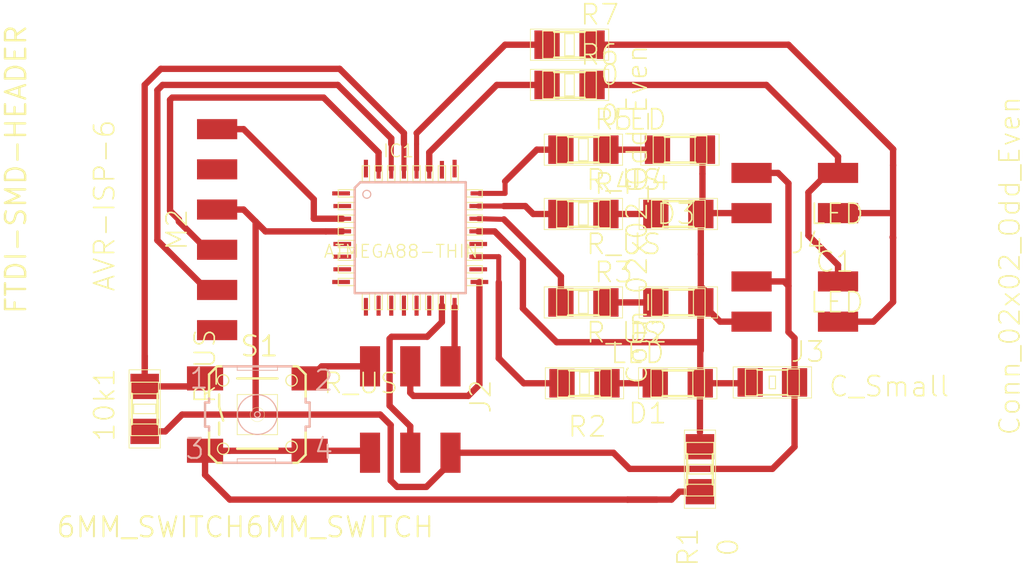
<source format=kicad_pcb>
(kicad_pcb (version 20171130) (host pcbnew "(5.0.1)-3")

  (general
    (thickness 1.6)
    (drawings 0)
    (tracks 165)
    (zones 0)
    (modules 19)
    (nets 36)
  )

  (page A4)
  (layers
    (0 F.Cu signal)
    (31 B.Cu signal)
    (32 B.Adhes user)
    (33 F.Adhes user)
    (34 B.Paste user)
    (35 F.Paste user)
    (36 B.SilkS user)
    (37 F.SilkS user)
    (38 B.Mask user)
    (39 F.Mask user)
    (40 Dwgs.User user)
    (41 Cmts.User user)
    (42 Eco1.User user)
    (43 Eco2.User user)
    (44 Edge.Cuts user)
    (45 Margin user)
    (46 B.CrtYd user)
    (47 F.CrtYd user)
    (48 B.Fab user)
    (49 F.Fab user)
  )

  (setup
    (last_trace_width 0.4)
    (trace_clearance 0.4)
    (zone_clearance 0.508)
    (zone_45_only no)
    (trace_min 0.3)
    (segment_width 0.2)
    (edge_width 0.15)
    (via_size 0.8)
    (via_drill 0.4)
    (via_min_size 0.3)
    (via_min_drill 0.3)
    (uvia_size 0.3)
    (uvia_drill 0.1)
    (uvias_allowed no)
    (uvia_min_size 0.2)
    (uvia_min_drill 0.1)
    (pcb_text_width 0.3)
    (pcb_text_size 1.5 1.5)
    (mod_edge_width 0.15)
    (mod_text_size 1 1)
    (mod_text_width 0.15)
    (pad_size 1.1176 0.26)
    (pad_drill 0)
    (pad_to_mask_clearance 0.051)
    (solder_mask_min_width 0.25)
    (aux_axis_origin 0 0)
    (visible_elements 7FFFEFFF)
    (pcbplotparams
      (layerselection 0x00000_7fffffff)
      (usegerberextensions false)
      (usegerberattributes false)
      (usegerberadvancedattributes false)
      (creategerberjobfile false)
      (excludeedgelayer true)
      (linewidth 0.100000)
      (plotframeref false)
      (viasonmask false)
      (mode 1)
      (useauxorigin false)
      (hpglpennumber 1)
      (hpglpenspeed 20)
      (hpglpendiameter 15.000000)
      (psnegative false)
      (psa4output false)
      (plotreference true)
      (plotvalue true)
      (plotinvisibletext false)
      (padsonsilk false)
      (subtractmaskfromsilk false)
      (outputformat 1)
      (mirror false)
      (drillshape 0)
      (scaleselection 1)
      (outputdirectory ""))
  )

  (net 0 "")
  (net 1 +5V)
  (net 2 /RESET)
  (net 3 Earth)
  (net 4 /MISO)
  (net 5 /SCK)
  (net 6 /MOSI)
  (net 7 /SCL)
  (net 8 /SDA)
  (net 9 "Net-(M2-Pad2)")
  (net 10 /TX)
  (net 11 /RX)
  (net 12 "Net-(M2-Pad6)")
  (net 13 /LED1)
  (net 14 /LED2)
  (net 15 /LED3)
  (net 16 /LED4)
  (net 17 "Net-(D1-Pad2)")
  (net 18 "Net-(D2-Pad2)")
  (net 19 "Net-(D3-Pad2)")
  (net 20 "Net-(D4-Pad2)")
  (net 21 "Net-(IC1-Pad1)")
  (net 22 "Net-(IC1-Pad2)")
  (net 23 "Net-(IC1-Pad7)")
  (net 24 "Net-(IC1-Pad8)")
  (net 25 "Net-(IC1-Pad9)")
  (net 26 "Net-(IC1-Pad10)")
  (net 27 "Net-(IC1-Pad11)")
  (net 28 "Net-(IC1-Pad12)")
  (net 29 "Net-(IC1-Pad13)")
  (net 30 "Net-(IC1-Pad14)")
  (net 31 "Net-(IC1-Pad18)")
  (net 32 "Net-(IC1-Pad20)")
  (net 33 "Net-(IC1-Pad25)")
  (net 34 "Net-(IC1-Pad26)")
  (net 35 "Net-(IC1-Pad32)")

  (net_class Default "This is the default net class."
    (clearance 0.4)
    (trace_width 0.4)
    (via_dia 0.8)
    (via_drill 0.4)
    (uvia_dia 0.3)
    (uvia_drill 0.1)
    (diff_pair_gap 0.25)
    (diff_pair_width 0.4)
    (add_net +5V)
    (add_net /LED1)
    (add_net /LED2)
    (add_net /LED3)
    (add_net /LED4)
    (add_net /MISO)
    (add_net /MOSI)
    (add_net /RESET)
    (add_net /RX)
    (add_net /SCK)
    (add_net /SCL)
    (add_net /SDA)
    (add_net /TX)
    (add_net Earth)
    (add_net "Net-(D1-Pad2)")
    (add_net "Net-(D2-Pad2)")
    (add_net "Net-(D3-Pad2)")
    (add_net "Net-(D4-Pad2)")
    (add_net "Net-(IC1-Pad1)")
    (add_net "Net-(IC1-Pad10)")
    (add_net "Net-(IC1-Pad11)")
    (add_net "Net-(IC1-Pad12)")
    (add_net "Net-(IC1-Pad13)")
    (add_net "Net-(IC1-Pad14)")
    (add_net "Net-(IC1-Pad18)")
    (add_net "Net-(IC1-Pad2)")
    (add_net "Net-(IC1-Pad20)")
    (add_net "Net-(IC1-Pad25)")
    (add_net "Net-(IC1-Pad26)")
    (add_net "Net-(IC1-Pad32)")
    (add_net "Net-(IC1-Pad7)")
    (add_net "Net-(IC1-Pad8)")
    (add_net "Net-(IC1-Pad9)")
    (add_net "Net-(M2-Pad2)")
    (add_net "Net-(M2-Pad6)")
  )

  (net_class asdf ""
    (clearance 0.35)
    (trace_width 0.35)
    (via_dia 0.8)
    (via_drill 0.4)
    (uvia_dia 0.3)
    (uvia_drill 0.1)
    (diff_pair_gap 0.25)
    (diff_pair_width 0.35)
  )

  (module fab:fab-2X02SMD (layer F.Cu) (tedit 200000) (tstamp 5C113C5E)
    (at 285.068534 131.288648 180)
    (path /5C051493)
    (attr smd)
    (fp_text reference J4 (at -0.635 -3.175 180) (layer F.SilkS)
      (effects (font (size 1.27 1.27) (thickness 0.1016)))
    )
    (fp_text value Conn_02x02_Odd_Even (at -13.381466 -4.601352 90) (layer F.SilkS)
      (effects (font (size 1.27 1.27) (thickness 0.1016)))
    )
    (pad 4 smd rect (at 2.91846 1.27 180) (size 2.54 1.27) (layers F.Cu F.Paste F.Mask)
      (net 1 +5V))
    (pad 3 smd rect (at -2.54 1.27 180) (size 2.54 1.27) (layers F.Cu F.Paste F.Mask)
      (net 8 /SDA))
    (pad 2 smd rect (at 2.91846 -1.27 180) (size 2.54 1.27) (layers F.Cu F.Paste F.Mask)
      (net 3 Earth))
    (pad 1 smd rect (at -2.54 -1.27 180) (size 2.54 1.27) (layers F.Cu F.Paste F.Mask)
      (net 7 /SCL))
  )

  (module fab:fab-6MM_SWITCH (layer F.Cu) (tedit 5C04FA43) (tstamp 5C113F72)
    (at 250.952 145.288)
    (descr "OMRON SWITCH")
    (tags "OMRON SWITCH")
    (path /5C04E9F8)
    (attr smd)
    (fp_text reference S1 (at 0.127 -4.318) (layer F.SilkS)
      (effects (font (size 1.27 1.27) (thickness 0.127)))
    )
    (fp_text value 6MM_SWITCH6MM_SWITCH (at -0.762 7.112) (layer F.SilkS)
      (effects (font (size 1.27 1.27) (thickness 0.127)))
    )
    (fp_line (start 3.302 0.762) (end 3.048 0.762) (layer B.SilkS) (width 0.1524))
    (fp_line (start 3.302 0.762) (end 3.302 -0.762) (layer B.SilkS) (width 0.1524))
    (fp_line (start 3.048 -0.762) (end 3.302 -0.762) (layer B.SilkS) (width 0.1524))
    (fp_line (start 3.048 -1.016) (end 3.048 -2.54) (layer F.SilkS) (width 0.1524))
    (fp_line (start -3.302 -0.762) (end -3.048 -0.762) (layer B.SilkS) (width 0.1524))
    (fp_line (start -3.302 -0.762) (end -3.302 0.762) (layer B.SilkS) (width 0.1524))
    (fp_line (start -3.048 0.762) (end -3.302 0.762) (layer B.SilkS) (width 0.1524))
    (fp_line (start 3.048 -2.54) (end 2.54 -3.048) (layer F.SilkS) (width 0.1524))
    (fp_line (start 2.54 3.048) (end 3.048 2.54) (layer F.SilkS) (width 0.1524))
    (fp_line (start 3.048 2.54) (end 3.048 1.016) (layer F.SilkS) (width 0.1524))
    (fp_line (start -2.54 -3.048) (end -3.048 -2.54) (layer F.SilkS) (width 0.1524))
    (fp_line (start -3.048 -2.54) (end -3.048 -1.016) (layer F.SilkS) (width 0.1524))
    (fp_line (start -2.54 3.048) (end -3.048 2.54) (layer F.SilkS) (width 0.1524))
    (fp_line (start -3.048 2.54) (end -3.048 1.016) (layer F.SilkS) (width 0.1524))
    (fp_line (start -1.27 -1.27) (end -1.27 1.27) (layer F.SilkS) (width 0.0508))
    (fp_line (start 1.27 1.27) (end -1.27 1.27) (layer F.SilkS) (width 0.0508))
    (fp_line (start 1.27 1.27) (end 1.27 -1.27) (layer F.SilkS) (width 0.0508))
    (fp_line (start -1.27 -1.27) (end 1.27 -1.27) (layer F.SilkS) (width 0.0508))
    (fp_line (start -1.27 -3.048) (end -1.27 -2.794) (layer B.SilkS) (width 0.0508))
    (fp_line (start 1.27 -2.794) (end -1.27 -2.794) (layer B.SilkS) (width 0.0508))
    (fp_line (start 1.27 -2.794) (end 1.27 -3.048) (layer B.SilkS) (width 0.0508))
    (fp_line (start 1.143 2.794) (end -1.27 2.794) (layer B.SilkS) (width 0.0508))
    (fp_line (start 1.143 2.794) (end 1.143 3.048) (layer B.SilkS) (width 0.0508))
    (fp_line (start -1.27 2.794) (end -1.27 3.048) (layer B.SilkS) (width 0.0508))
    (fp_line (start 2.54 3.048) (end 2.159 3.048) (layer F.SilkS) (width 0.1524))
    (fp_line (start -2.54 3.048) (end -2.159 3.048) (layer F.SilkS) (width 0.1524))
    (fp_line (start -2.159 3.048) (end -1.27 3.048) (layer B.SilkS) (width 0.1524))
    (fp_line (start -2.54 -3.048) (end -2.159 -3.048) (layer F.SilkS) (width 0.1524))
    (fp_line (start 2.54 -3.048) (end 2.159 -3.048) (layer F.SilkS) (width 0.1524))
    (fp_line (start 2.159 -3.048) (end 1.27 -3.048) (layer B.SilkS) (width 0.1524))
    (fp_line (start 1.27 -3.048) (end -1.27 -3.048) (layer B.SilkS) (width 0.1524))
    (fp_line (start -1.27 -3.048) (end -2.159 -3.048) (layer B.SilkS) (width 0.1524))
    (fp_line (start -1.27 3.048) (end 1.143 3.048) (layer B.SilkS) (width 0.1524))
    (fp_line (start 1.143 3.048) (end 2.159 3.048) (layer B.SilkS) (width 0.1524))
    (fp_line (start 3.048 0.762) (end 3.048 1.016) (layer B.SilkS) (width 0.1524))
    (fp_line (start 3.048 -0.762) (end 3.048 -1.016) (layer B.SilkS) (width 0.1524))
    (fp_line (start -3.048 0.762) (end -3.048 1.016) (layer B.SilkS) (width 0.1524))
    (fp_line (start -3.048 -0.762) (end -3.048 -1.016) (layer B.SilkS) (width 0.1524))
    (fp_line (start -1.27 2.159) (end 1.27 2.159) (layer F.SilkS) (width 0.1524))
    (fp_line (start 1.27 -2.286) (end -1.27 -2.286) (layer F.SilkS) (width 0.1524))
    (fp_line (start -2.413 -1.27) (end -2.413 -0.508) (layer F.SilkS) (width 0.1524))
    (fp_line (start -2.413 0.508) (end -2.413 1.27) (layer F.SilkS) (width 0.1524))
    (fp_line (start -2.413 -0.508) (end -2.159 0.381) (layer F.SilkS) (width 0.1524))
    (fp_circle (center 0 0) (end -0.889 0.889) (layer B.SilkS) (width 0.0762))
    (fp_circle (center -2.159 2.159) (end -2.413 2.413) (layer F.SilkS) (width 0.0762))
    (fp_circle (center 2.159 2.032) (end 2.413 2.286) (layer F.SilkS) (width 0.0762))
    (fp_circle (center 2.159 -2.159) (end 2.413 -2.413) (layer F.SilkS) (width 0.0762))
    (fp_circle (center -2.159 -2.159) (end -2.413 -2.413) (layer F.SilkS) (width 0.0762))
    (fp_circle (center 0 0) (end -0.3175 0.3175) (layer F.SilkS) (width 0.0254))
    (fp_circle (center 0 0) (end -0.127 0.127) (layer B.SilkS) (width 0.0762))
    (fp_text user 1 (at -3.683 -2.286) (layer B.SilkS)
      (effects (font (size 1.27 1.27) (thickness 0.127)))
    )
    (fp_text user 2 (at 4.191 -2.159) (layer B.SilkS)
      (effects (font (size 1.27 1.27) (thickness 0.127)))
    )
    (fp_text user 3 (at -3.937 2.159) (layer B.SilkS)
      (effects (font (size 1.27 1.27) (thickness 0.127)))
    )
    (fp_text user 4 (at 4.191 2.159) (layer B.SilkS)
      (effects (font (size 1.27 1.27) (thickness 0.127)))
    )
    (pad 1 smd rect (at -3.302 -2.286) (size 2.286 1.524) (layers F.Cu F.Paste F.Mask)
      (net 2 /RESET))
    (pad 2 smd rect (at 3.302 -2.286) (size 2.286 1.524) (layers F.Cu F.Paste F.Mask)
      (net 2 /RESET))
    (pad 3 smd rect (at -3.302 2.286) (size 2.286 1.524) (layers F.Cu F.Paste F.Mask)
      (net 3 Earth))
    (pad 4 smd rect (at 3.302 2.286) (size 2.286 1.524) (layers F.Cu F.Paste F.Mask)
      (net 3 Earth))
  )

  (module fab:fab-R1206 (layer F.Cu) (tedit 200000) (tstamp 5C113C2C)
    (at 243.84 144.92986 90)
    (descr RESISTOR)
    (tags RESISTOR)
    (path /5C04E8BB)
    (attr smd)
    (fp_text reference 10k1 (at 0.254 -2.54 90) (layer F.SilkS)
      (effects (font (size 1.27 1.27) (thickness 0.1016)))
    )
    (fp_text value R_US (at 2.68986 3.81 90) (layer F.SilkS)
      (effects (font (size 1.27 1.27) (thickness 0.1016)))
    )
    (fp_line (start -1.6891 0.8763) (end -0.9525 0.8763) (layer F.SilkS) (width 0.06604))
    (fp_line (start -0.9525 0.8763) (end -0.9525 -0.8763) (layer F.SilkS) (width 0.06604))
    (fp_line (start -1.6891 -0.8763) (end -0.9525 -0.8763) (layer F.SilkS) (width 0.06604))
    (fp_line (start -1.6891 0.8763) (end -1.6891 -0.8763) (layer F.SilkS) (width 0.06604))
    (fp_line (start 0.9525 0.8763) (end 1.6891 0.8763) (layer F.SilkS) (width 0.06604))
    (fp_line (start 1.6891 0.8763) (end 1.6891 -0.8763) (layer F.SilkS) (width 0.06604))
    (fp_line (start 0.9525 -0.8763) (end 1.6891 -0.8763) (layer F.SilkS) (width 0.06604))
    (fp_line (start 0.9525 0.8763) (end 0.9525 -0.8763) (layer F.SilkS) (width 0.06604))
    (fp_line (start -0.29972 0.6985) (end 0.29972 0.6985) (layer F.SilkS) (width 0.06604))
    (fp_line (start 0.29972 0.6985) (end 0.29972 -0.6985) (layer F.SilkS) (width 0.06604))
    (fp_line (start -0.29972 -0.6985) (end 0.29972 -0.6985) (layer F.SilkS) (width 0.06604))
    (fp_line (start -0.29972 0.6985) (end -0.29972 -0.6985) (layer F.SilkS) (width 0.06604))
    (fp_line (start 0.9525 0.8128) (end -0.9652 0.8128) (layer F.SilkS) (width 0.1524))
    (fp_line (start 0.9525 -0.8128) (end -0.9652 -0.8128) (layer F.SilkS) (width 0.1524))
    (fp_line (start -2.47142 -0.98298) (end 2.47142 -0.98298) (layer F.SilkS) (width 0.0508))
    (fp_line (start 2.47142 -0.98298) (end 2.47142 0.98298) (layer F.SilkS) (width 0.0508))
    (fp_line (start 2.47142 0.98298) (end -2.47142 0.98298) (layer F.SilkS) (width 0.0508))
    (fp_line (start -2.47142 0.98298) (end -2.47142 -0.98298) (layer F.SilkS) (width 0.0508))
    (pad 1 smd rect (at -1.41986 0 90) (size 1.59766 1.80086) (layers F.Cu F.Paste F.Mask)
      (net 1 +5V))
    (pad 2 smd rect (at 1.41986 0 90) (size 1.59766 1.80086) (layers F.Cu F.Paste F.Mask)
      (net 2 /RESET))
  )

  (module fab:fab-C1206 (layer F.Cu) (tedit 5C056D76) (tstamp 5C113C44)
    (at 283.464 143.256 180)
    (descr CAPACITOR)
    (tags CAPACITOR)
    (path /5C04F622)
    (attr smd)
    (fp_text reference C1 (at -3.93954 7.62 180) (layer F.SilkS)
      (effects (font (size 1.27 1.27) (thickness 0.1016)))
    )
    (fp_text value C_Small (at -7.366 -0.254 180) (layer F.SilkS)
      (effects (font (size 1.27 1.27) (thickness 0.1016)))
    )
    (fp_line (start -0.96266 0.78486) (end 0.96266 0.78486) (layer F.SilkS) (width 0.1016))
    (fp_line (start -0.96266 -0.78486) (end 0.96266 -0.78486) (layer F.SilkS) (width 0.1016))
    (fp_line (start 2.47142 -0.98298) (end 2.47142 0.98298) (layer F.SilkS) (width 0.0508))
    (fp_line (start -2.47142 0.98298) (end -2.47142 -0.98298) (layer F.SilkS) (width 0.0508))
    (fp_line (start 2.47142 0.98298) (end -2.47142 0.98298) (layer F.SilkS) (width 0.0508))
    (fp_line (start -2.47142 -0.98298) (end 2.47142 -0.98298) (layer F.SilkS) (width 0.0508))
    (fp_line (start -0.19812 0.39878) (end -0.19812 -0.39878) (layer F.SilkS) (width 0.06604))
    (fp_line (start -0.19812 -0.39878) (end 0.19812 -0.39878) (layer F.SilkS) (width 0.06604))
    (fp_line (start 0.19812 0.39878) (end 0.19812 -0.39878) (layer F.SilkS) (width 0.06604))
    (fp_line (start -0.19812 0.39878) (end 0.19812 0.39878) (layer F.SilkS) (width 0.06604))
    (fp_line (start 0.94996 0.84836) (end 0.94996 -0.8509) (layer F.SilkS) (width 0.06604))
    (fp_line (start 0.94996 -0.8509) (end 1.7018 -0.8509) (layer F.SilkS) (width 0.06604))
    (fp_line (start 1.7018 0.84836) (end 1.7018 -0.8509) (layer F.SilkS) (width 0.06604))
    (fp_line (start 0.94996 0.84836) (end 1.7018 0.84836) (layer F.SilkS) (width 0.06604))
    (fp_line (start -1.7018 0.8509) (end -1.7018 -0.84836) (layer F.SilkS) (width 0.06604))
    (fp_line (start -1.7018 -0.84836) (end -0.94996 -0.84836) (layer F.SilkS) (width 0.06604))
    (fp_line (start -0.94996 0.8509) (end -0.94996 -0.84836) (layer F.SilkS) (width 0.06604))
    (fp_line (start -1.7018 0.8509) (end -0.94996 0.8509) (layer F.SilkS) (width 0.06604))
    (pad 2 smd rect (at 1.39954 0 180) (size 1.59766 1.79832) (layers F.Cu F.Paste F.Mask)
      (net 3 Earth))
    (pad 1 smd rect (at -1.39954 0 180) (size 1.59766 1.79832) (layers F.Cu F.Paste F.Mask)
      (net 1 +5V))
  )

  (module fab:fab-2X03SMD (layer F.Cu) (tedit 200000) (tstamp 5C113C4E)
    (at 260.604 144.78 270)
    (path /5C05767B)
    (attr smd)
    (fp_text reference J2 (at -0.635 -4.445 270) (layer F.SilkS)
      (effects (font (size 1.27 1.27) (thickness 0.1016)))
    )
    (fp_text value AVR-ISP-6 (at -12.7 19.304 270) (layer F.SilkS)
      (effects (font (size 1.27 1.27) (thickness 0.1016)))
    )
    (pad 1 smd rect (at -2.54 -2.54 270) (size 2.54 1.27) (layers F.Cu F.Paste F.Mask)
      (net 4 /MISO))
    (pad 2 smd rect (at 2.91846 -2.54 270) (size 2.54 1.27) (layers F.Cu F.Paste F.Mask)
      (net 1 +5V))
    (pad 3 smd rect (at -2.54 0 270) (size 2.54 1.27) (layers F.Cu F.Paste F.Mask)
      (net 5 /SCK))
    (pad 4 smd rect (at 2.91846 0 270) (size 2.54 1.27) (layers F.Cu F.Paste F.Mask)
      (net 6 /MOSI))
    (pad 5 smd rect (at -2.54 2.54 270) (size 2.54 1.27) (layers F.Cu F.Paste F.Mask)
      (net 2 /RESET))
    (pad 6 smd rect (at 2.91846 2.54 270) (size 2.54 1.27) (layers F.Cu F.Paste F.Mask)
      (net 3 Earth))
  )

  (module fab:fab-2X02SMD (layer F.Cu) (tedit 200000) (tstamp 5C113C56)
    (at 285.068534 138.146648 180)
    (path /5C050208)
    (attr smd)
    (fp_text reference J3 (at -0.635 -3.175 180) (layer F.SilkS)
      (effects (font (size 1.27 1.27) (thickness 0.1016)))
    )
    (fp_text value Conn_02x02_Odd_Even (at 10.15211 5.492977 90) (layer F.SilkS)
      (effects (font (size 1.27 1.27) (thickness 0.1016)))
    )
    (pad 4 smd rect (at 2.91846 1.27 180) (size 2.54 1.27) (layers F.Cu F.Paste F.Mask)
      (net 1 +5V))
    (pad 3 smd rect (at -2.54 1.27 180) (size 2.54 1.27) (layers F.Cu F.Paste F.Mask)
      (net 8 /SDA))
    (pad 2 smd rect (at 2.91846 -1.27 180) (size 2.54 1.27) (layers F.Cu F.Paste F.Mask)
      (net 3 Earth))
    (pad 1 smd rect (at -2.54 -1.27 180) (size 2.54 1.27) (layers F.Cu F.Paste F.Mask)
      (net 7 /SCL))
  )

  (module fab:fab-1X06SMD (layer F.Cu) (tedit 5C04F407) (tstamp 5C113F34)
    (at 248.412 133.604)
    (path /5C055AB0)
    (attr smd)
    (fp_text reference M2 (at -2.54 0 90) (layer F.SilkS)
      (effects (font (size 1.27 1.27) (thickness 0.1016)))
    )
    (fp_text value FTDI-SMD-HEADER (at -12.7 -3.81 -90) (layer F.SilkS)
      (effects (font (size 1.27 1.27) (thickness 0.15)))
    )
    (pad 1 smd rect (at 0 -6.35) (size 2.54 1.27) (layers F.Cu F.Paste F.Mask)
      (net 3 Earth))
    (pad 2 smd rect (at 0 -3.81) (size 2.54 1.27) (layers F.Cu F.Paste F.Mask)
      (net 9 "Net-(M2-Pad2)"))
    (pad 3 smd rect (at 0 -1.27) (size 2.54 1.27) (layers F.Cu F.Paste F.Mask)
      (net 1 +5V))
    (pad 4 smd rect (at 0 1.27) (size 2.54 1.27) (layers F.Cu F.Paste F.Mask)
      (net 10 /TX))
    (pad 5 smd rect (at 0 3.81) (size 2.54 1.27) (layers F.Cu F.Paste F.Mask)
      (net 11 /RX))
    (pad 6 smd rect (at 0 6.35) (size 2.54 1.27) (layers F.Cu F.Paste F.Mask)
      (net 12 "Net-(M2-Pad6)"))
  )

  (module fab:fab-LED1206 (layer F.Cu) (tedit 200000) (tstamp 5C118A07)
    (at 277.527188 138.202546 180)
    (descr "LED 1206 PADS (STANDARD PATTERN)")
    (tags "LED 1206 PADS (STANDARD PATTERN)")
    (path /5C06644D)
    (attr smd)
    (fp_text reference D2 (at 1.905 -1.905 180) (layer F.SilkS)
      (effects (font (size 1.27 1.27) (thickness 0.1016)))
    )
    (fp_text value LED (at -10.01014 0 180) (layer F.SilkS)
      (effects (font (size 1.27 1.27) (thickness 0.1016)))
    )
    (fp_line (start -2.47142 0.98298) (end -2.47142 -0.98298) (layer F.SilkS) (width 0.0508))
    (fp_line (start 2.47142 0.98298) (end -2.47142 0.98298) (layer F.SilkS) (width 0.0508))
    (fp_line (start 2.47142 -0.98298) (end 2.47142 0.98298) (layer F.SilkS) (width 0.0508))
    (fp_line (start -2.47142 -0.98298) (end 2.47142 -0.98298) (layer F.SilkS) (width 0.0508))
    (fp_line (start 0.9525 -0.8128) (end -0.9652 -0.8128) (layer F.SilkS) (width 0.1524))
    (fp_line (start 0.9525 0.8128) (end -0.9652 0.8128) (layer F.SilkS) (width 0.1524))
    (fp_line (start 0.9525 0.8763) (end 0.9525 -0.8763) (layer F.SilkS) (width 0.06604))
    (fp_line (start 0.9525 -0.8763) (end 1.6891 -0.8763) (layer F.SilkS) (width 0.06604))
    (fp_line (start 1.6891 0.8763) (end 1.6891 -0.8763) (layer F.SilkS) (width 0.06604))
    (fp_line (start 0.9525 0.8763) (end 1.6891 0.8763) (layer F.SilkS) (width 0.06604))
    (fp_line (start -1.6891 0.8763) (end -1.6891 -0.8763) (layer F.SilkS) (width 0.06604))
    (fp_line (start -1.6891 -0.8763) (end -0.9525 -0.8763) (layer F.SilkS) (width 0.06604))
    (fp_line (start -0.9525 0.8763) (end -0.9525 -0.8763) (layer F.SilkS) (width 0.06604))
    (fp_line (start -1.6891 0.8763) (end -0.9525 0.8763) (layer F.SilkS) (width 0.06604))
    (pad 2 smd rect (at 1.41986 0 180) (size 1.59766 1.80086) (layers F.Cu F.Paste F.Mask)
      (net 18 "Net-(D2-Pad2)"))
    (pad 1 smd rect (at -1.41986 0 180) (size 1.59766 1.80086) (layers F.Cu F.Paste F.Mask)
      (net 3 Earth))
  )

  (module fab:fab-LED1206 (layer F.Cu) (tedit 200000) (tstamp 5C118A1B)
    (at 277.527188 132.614546 180)
    (descr "LED 1206 PADS (STANDARD PATTERN)")
    (tags "LED 1206 PADS (STANDARD PATTERN)")
    (path /5C066AC6)
    (attr smd)
    (fp_text reference D3 (at 0.14986 0 180) (layer F.SilkS)
      (effects (font (size 1.27 1.27) (thickness 0.1016)))
    )
    (fp_text value LED (at -10.01014 0 180) (layer F.SilkS)
      (effects (font (size 1.27 1.27) (thickness 0.1016)))
    )
    (fp_line (start -1.6891 0.8763) (end -0.9525 0.8763) (layer F.SilkS) (width 0.06604))
    (fp_line (start -0.9525 0.8763) (end -0.9525 -0.8763) (layer F.SilkS) (width 0.06604))
    (fp_line (start -1.6891 -0.8763) (end -0.9525 -0.8763) (layer F.SilkS) (width 0.06604))
    (fp_line (start -1.6891 0.8763) (end -1.6891 -0.8763) (layer F.SilkS) (width 0.06604))
    (fp_line (start 0.9525 0.8763) (end 1.6891 0.8763) (layer F.SilkS) (width 0.06604))
    (fp_line (start 1.6891 0.8763) (end 1.6891 -0.8763) (layer F.SilkS) (width 0.06604))
    (fp_line (start 0.9525 -0.8763) (end 1.6891 -0.8763) (layer F.SilkS) (width 0.06604))
    (fp_line (start 0.9525 0.8763) (end 0.9525 -0.8763) (layer F.SilkS) (width 0.06604))
    (fp_line (start 0.9525 0.8128) (end -0.9652 0.8128) (layer F.SilkS) (width 0.1524))
    (fp_line (start 0.9525 -0.8128) (end -0.9652 -0.8128) (layer F.SilkS) (width 0.1524))
    (fp_line (start -2.47142 -0.98298) (end 2.47142 -0.98298) (layer F.SilkS) (width 0.0508))
    (fp_line (start 2.47142 -0.98298) (end 2.47142 0.98298) (layer F.SilkS) (width 0.0508))
    (fp_line (start 2.47142 0.98298) (end -2.47142 0.98298) (layer F.SilkS) (width 0.0508))
    (fp_line (start -2.47142 0.98298) (end -2.47142 -0.98298) (layer F.SilkS) (width 0.0508))
    (pad 1 smd rect (at -1.41986 0 180) (size 1.59766 1.80086) (layers F.Cu F.Paste F.Mask)
      (net 3 Earth))
    (pad 2 smd rect (at 1.41986 0 180) (size 1.59766 1.80086) (layers F.Cu F.Paste F.Mask)
      (net 19 "Net-(D3-Pad2)"))
  )

  (module fab:fab-R1206 (layer F.Cu) (tedit 5C056FDF) (tstamp 5C118A47)
    (at 271.603076 143.309092)
    (descr RESISTOR)
    (tags RESISTOR)
    (path /5C064EDA)
    (attr smd)
    (fp_text reference R2 (at 0.176924 2.740908) (layer F.SilkS)
      (effects (font (size 1.27 1.27) (thickness 0.1016)))
    )
    (fp_text value R_US (at -14.11986 0) (layer F.SilkS)
      (effects (font (size 1.27 1.27) (thickness 0.1016)))
    )
    (fp_line (start -1.6891 0.8763) (end -0.9525 0.8763) (layer F.SilkS) (width 0.06604))
    (fp_line (start -0.9525 0.8763) (end -0.9525 -0.8763) (layer F.SilkS) (width 0.06604))
    (fp_line (start -1.6891 -0.8763) (end -0.9525 -0.8763) (layer F.SilkS) (width 0.06604))
    (fp_line (start -1.6891 0.8763) (end -1.6891 -0.8763) (layer F.SilkS) (width 0.06604))
    (fp_line (start 0.9525 0.8763) (end 1.6891 0.8763) (layer F.SilkS) (width 0.06604))
    (fp_line (start 1.6891 0.8763) (end 1.6891 -0.8763) (layer F.SilkS) (width 0.06604))
    (fp_line (start 0.9525 -0.8763) (end 1.6891 -0.8763) (layer F.SilkS) (width 0.06604))
    (fp_line (start 0.9525 0.8763) (end 0.9525 -0.8763) (layer F.SilkS) (width 0.06604))
    (fp_line (start -0.29972 0.6985) (end 0.29972 0.6985) (layer F.SilkS) (width 0.06604))
    (fp_line (start 0.29972 0.6985) (end 0.29972 -0.6985) (layer F.SilkS) (width 0.06604))
    (fp_line (start -0.29972 -0.6985) (end 0.29972 -0.6985) (layer F.SilkS) (width 0.06604))
    (fp_line (start -0.29972 0.6985) (end -0.29972 -0.6985) (layer F.SilkS) (width 0.06604))
    (fp_line (start 0.9525 0.8128) (end -0.9652 0.8128) (layer F.SilkS) (width 0.1524))
    (fp_line (start 0.9525 -0.8128) (end -0.9652 -0.8128) (layer F.SilkS) (width 0.1524))
    (fp_line (start -2.47142 -0.98298) (end 2.47142 -0.98298) (layer F.SilkS) (width 0.0508))
    (fp_line (start 2.47142 -0.98298) (end 2.47142 0.98298) (layer F.SilkS) (width 0.0508))
    (fp_line (start 2.47142 0.98298) (end -2.47142 0.98298) (layer F.SilkS) (width 0.0508))
    (fp_line (start -2.47142 0.98298) (end -2.47142 -0.98298) (layer F.SilkS) (width 0.0508))
    (pad 1 smd rect (at -1.41986 0) (size 1.59766 1.80086) (layers F.Cu F.Paste F.Mask)
      (net 13 /LED1))
    (pad 2 smd rect (at 1.41986 0) (size 1.59766 1.80086) (layers F.Cu F.Paste F.Mask)
      (net 17 "Net-(D1-Pad2)"))
  )

  (module fab:fab-LED1206 (layer F.Cu) (tedit 200000) (tstamp 5C057052)
    (at 277.490796 143.309092 180)
    (descr "LED 1206 PADS (STANDARD PATTERN)")
    (tags "LED 1206 PADS (STANDARD PATTERN)")
    (path /5C0663B5)
    (attr smd)
    (fp_text reference D1 (at 1.905 -1.905 180) (layer F.SilkS)
      (effects (font (size 1.27 1.27) (thickness 0.1016)))
    )
    (fp_text value LED (at 2.54 1.905 180) (layer F.SilkS)
      (effects (font (size 1.27 1.27) (thickness 0.1016)))
    )
    (fp_line (start -1.6891 0.8763) (end -0.9525 0.8763) (layer F.SilkS) (width 0.06604))
    (fp_line (start -0.9525 0.8763) (end -0.9525 -0.8763) (layer F.SilkS) (width 0.06604))
    (fp_line (start -1.6891 -0.8763) (end -0.9525 -0.8763) (layer F.SilkS) (width 0.06604))
    (fp_line (start -1.6891 0.8763) (end -1.6891 -0.8763) (layer F.SilkS) (width 0.06604))
    (fp_line (start 0.9525 0.8763) (end 1.6891 0.8763) (layer F.SilkS) (width 0.06604))
    (fp_line (start 1.6891 0.8763) (end 1.6891 -0.8763) (layer F.SilkS) (width 0.06604))
    (fp_line (start 0.9525 -0.8763) (end 1.6891 -0.8763) (layer F.SilkS) (width 0.06604))
    (fp_line (start 0.9525 0.8763) (end 0.9525 -0.8763) (layer F.SilkS) (width 0.06604))
    (fp_line (start 0.9525 0.8128) (end -0.9652 0.8128) (layer F.SilkS) (width 0.1524))
    (fp_line (start 0.9525 -0.8128) (end -0.9652 -0.8128) (layer F.SilkS) (width 0.1524))
    (fp_line (start -2.47142 -0.98298) (end 2.47142 -0.98298) (layer F.SilkS) (width 0.0508))
    (fp_line (start 2.47142 -0.98298) (end 2.47142 0.98298) (layer F.SilkS) (width 0.0508))
    (fp_line (start 2.47142 0.98298) (end -2.47142 0.98298) (layer F.SilkS) (width 0.0508))
    (fp_line (start -2.47142 0.98298) (end -2.47142 -0.98298) (layer F.SilkS) (width 0.0508))
    (pad 1 smd rect (at -1.41986 0 180) (size 1.59766 1.80086) (layers F.Cu F.Paste F.Mask)
      (net 3 Earth))
    (pad 2 smd rect (at 1.41986 0 180) (size 1.59766 1.80086) (layers F.Cu F.Paste F.Mask)
      (net 17 "Net-(D1-Pad2)"))
  )

  (module fab:fab-LED1206 (layer F.Cu) (tedit 200000) (tstamp 5C057066)
    (at 277.631328 128.550546 180)
    (descr "LED 1206 PADS (STANDARD PATTERN)")
    (tags "LED 1206 PADS (STANDARD PATTERN)")
    (path /5C06713F)
    (attr smd)
    (fp_text reference D4 (at 1.905 -1.905 180) (layer F.SilkS)
      (effects (font (size 1.27 1.27) (thickness 0.1016)))
    )
    (fp_text value LED (at 2.54 1.905 180) (layer F.SilkS)
      (effects (font (size 1.27 1.27) (thickness 0.1016)))
    )
    (fp_line (start -2.47142 0.98298) (end -2.47142 -0.98298) (layer F.SilkS) (width 0.0508))
    (fp_line (start 2.47142 0.98298) (end -2.47142 0.98298) (layer F.SilkS) (width 0.0508))
    (fp_line (start 2.47142 -0.98298) (end 2.47142 0.98298) (layer F.SilkS) (width 0.0508))
    (fp_line (start -2.47142 -0.98298) (end 2.47142 -0.98298) (layer F.SilkS) (width 0.0508))
    (fp_line (start 0.9525 -0.8128) (end -0.9652 -0.8128) (layer F.SilkS) (width 0.1524))
    (fp_line (start 0.9525 0.8128) (end -0.9652 0.8128) (layer F.SilkS) (width 0.1524))
    (fp_line (start 0.9525 0.8763) (end 0.9525 -0.8763) (layer F.SilkS) (width 0.06604))
    (fp_line (start 0.9525 -0.8763) (end 1.6891 -0.8763) (layer F.SilkS) (width 0.06604))
    (fp_line (start 1.6891 0.8763) (end 1.6891 -0.8763) (layer F.SilkS) (width 0.06604))
    (fp_line (start 0.9525 0.8763) (end 1.6891 0.8763) (layer F.SilkS) (width 0.06604))
    (fp_line (start -1.6891 0.8763) (end -1.6891 -0.8763) (layer F.SilkS) (width 0.06604))
    (fp_line (start -1.6891 -0.8763) (end -0.9525 -0.8763) (layer F.SilkS) (width 0.06604))
    (fp_line (start -0.9525 0.8763) (end -0.9525 -0.8763) (layer F.SilkS) (width 0.06604))
    (fp_line (start -1.6891 0.8763) (end -0.9525 0.8763) (layer F.SilkS) (width 0.06604))
    (pad 2 smd rect (at 1.41986 0 180) (size 1.59766 1.80086) (layers F.Cu F.Paste F.Mask)
      (net 20 "Net-(D4-Pad2)"))
    (pad 1 smd rect (at -1.41986 0 180) (size 1.59766 1.80086) (layers F.Cu F.Paste F.Mask)
      (net 3 Earth))
  )

  (module fab:fab-R1206 (layer F.Cu) (tedit 200000) (tstamp 5C057172)
    (at 271.535328 138.202546)
    (descr RESISTOR)
    (tags RESISTOR)
    (path /5C0655E5)
    (attr smd)
    (fp_text reference R3 (at 1.905 -1.905) (layer F.SilkS)
      (effects (font (size 1.27 1.27) (thickness 0.1016)))
    )
    (fp_text value R_US (at 2.54 1.905) (layer F.SilkS)
      (effects (font (size 1.27 1.27) (thickness 0.1016)))
    )
    (fp_line (start -1.6891 0.8763) (end -0.9525 0.8763) (layer F.SilkS) (width 0.06604))
    (fp_line (start -0.9525 0.8763) (end -0.9525 -0.8763) (layer F.SilkS) (width 0.06604))
    (fp_line (start -1.6891 -0.8763) (end -0.9525 -0.8763) (layer F.SilkS) (width 0.06604))
    (fp_line (start -1.6891 0.8763) (end -1.6891 -0.8763) (layer F.SilkS) (width 0.06604))
    (fp_line (start 0.9525 0.8763) (end 1.6891 0.8763) (layer F.SilkS) (width 0.06604))
    (fp_line (start 1.6891 0.8763) (end 1.6891 -0.8763) (layer F.SilkS) (width 0.06604))
    (fp_line (start 0.9525 -0.8763) (end 1.6891 -0.8763) (layer F.SilkS) (width 0.06604))
    (fp_line (start 0.9525 0.8763) (end 0.9525 -0.8763) (layer F.SilkS) (width 0.06604))
    (fp_line (start -0.29972 0.6985) (end 0.29972 0.6985) (layer F.SilkS) (width 0.06604))
    (fp_line (start 0.29972 0.6985) (end 0.29972 -0.6985) (layer F.SilkS) (width 0.06604))
    (fp_line (start -0.29972 -0.6985) (end 0.29972 -0.6985) (layer F.SilkS) (width 0.06604))
    (fp_line (start -0.29972 0.6985) (end -0.29972 -0.6985) (layer F.SilkS) (width 0.06604))
    (fp_line (start 0.9525 0.8128) (end -0.9652 0.8128) (layer F.SilkS) (width 0.1524))
    (fp_line (start 0.9525 -0.8128) (end -0.9652 -0.8128) (layer F.SilkS) (width 0.1524))
    (fp_line (start -2.47142 -0.98298) (end 2.47142 -0.98298) (layer F.SilkS) (width 0.0508))
    (fp_line (start 2.47142 -0.98298) (end 2.47142 0.98298) (layer F.SilkS) (width 0.0508))
    (fp_line (start 2.47142 0.98298) (end -2.47142 0.98298) (layer F.SilkS) (width 0.0508))
    (fp_line (start -2.47142 0.98298) (end -2.47142 -0.98298) (layer F.SilkS) (width 0.0508))
    (pad 1 smd rect (at -1.41986 0) (size 1.59766 1.80086) (layers F.Cu F.Paste F.Mask)
      (net 14 /LED2))
    (pad 2 smd rect (at 1.41986 0) (size 1.59766 1.80086) (layers F.Cu F.Paste F.Mask)
      (net 18 "Net-(D2-Pad2)"))
  )

  (module fab:fab-R1206 (layer F.Cu) (tedit 200000) (tstamp 5C05718A)
    (at 271.535328 132.614546)
    (descr RESISTOR)
    (tags RESISTOR)
    (path /5C065CBA)
    (attr smd)
    (fp_text reference R4 (at 1.905 -1.905) (layer F.SilkS)
      (effects (font (size 1.27 1.27) (thickness 0.1016)))
    )
    (fp_text value R_US (at 2.54 1.905) (layer F.SilkS)
      (effects (font (size 1.27 1.27) (thickness 0.1016)))
    )
    (fp_line (start -2.47142 0.98298) (end -2.47142 -0.98298) (layer F.SilkS) (width 0.0508))
    (fp_line (start 2.47142 0.98298) (end -2.47142 0.98298) (layer F.SilkS) (width 0.0508))
    (fp_line (start 2.47142 -0.98298) (end 2.47142 0.98298) (layer F.SilkS) (width 0.0508))
    (fp_line (start -2.47142 -0.98298) (end 2.47142 -0.98298) (layer F.SilkS) (width 0.0508))
    (fp_line (start 0.9525 -0.8128) (end -0.9652 -0.8128) (layer F.SilkS) (width 0.1524))
    (fp_line (start 0.9525 0.8128) (end -0.9652 0.8128) (layer F.SilkS) (width 0.1524))
    (fp_line (start -0.29972 0.6985) (end -0.29972 -0.6985) (layer F.SilkS) (width 0.06604))
    (fp_line (start -0.29972 -0.6985) (end 0.29972 -0.6985) (layer F.SilkS) (width 0.06604))
    (fp_line (start 0.29972 0.6985) (end 0.29972 -0.6985) (layer F.SilkS) (width 0.06604))
    (fp_line (start -0.29972 0.6985) (end 0.29972 0.6985) (layer F.SilkS) (width 0.06604))
    (fp_line (start 0.9525 0.8763) (end 0.9525 -0.8763) (layer F.SilkS) (width 0.06604))
    (fp_line (start 0.9525 -0.8763) (end 1.6891 -0.8763) (layer F.SilkS) (width 0.06604))
    (fp_line (start 1.6891 0.8763) (end 1.6891 -0.8763) (layer F.SilkS) (width 0.06604))
    (fp_line (start 0.9525 0.8763) (end 1.6891 0.8763) (layer F.SilkS) (width 0.06604))
    (fp_line (start -1.6891 0.8763) (end -1.6891 -0.8763) (layer F.SilkS) (width 0.06604))
    (fp_line (start -1.6891 -0.8763) (end -0.9525 -0.8763) (layer F.SilkS) (width 0.06604))
    (fp_line (start -0.9525 0.8763) (end -0.9525 -0.8763) (layer F.SilkS) (width 0.06604))
    (fp_line (start -1.6891 0.8763) (end -0.9525 0.8763) (layer F.SilkS) (width 0.06604))
    (pad 2 smd rect (at 1.41986 0) (size 1.59766 1.80086) (layers F.Cu F.Paste F.Mask)
      (net 19 "Net-(D3-Pad2)"))
    (pad 1 smd rect (at -1.41986 0) (size 1.59766 1.80086) (layers F.Cu F.Paste F.Mask)
      (net 15 /LED3))
  )

  (module fab:fab-R1206 (layer F.Cu) (tedit 200000) (tstamp 5C0571A2)
    (at 271.535328 128.550546)
    (descr RESISTOR)
    (tags RESISTOR)
    (path /5C065CC1)
    (attr smd)
    (fp_text reference R5 (at 1.905 -1.905) (layer F.SilkS)
      (effects (font (size 1.27 1.27) (thickness 0.1016)))
    )
    (fp_text value R_US (at 2.54 1.905) (layer F.SilkS)
      (effects (font (size 1.27 1.27) (thickness 0.1016)))
    )
    (fp_line (start -1.6891 0.8763) (end -0.9525 0.8763) (layer F.SilkS) (width 0.06604))
    (fp_line (start -0.9525 0.8763) (end -0.9525 -0.8763) (layer F.SilkS) (width 0.06604))
    (fp_line (start -1.6891 -0.8763) (end -0.9525 -0.8763) (layer F.SilkS) (width 0.06604))
    (fp_line (start -1.6891 0.8763) (end -1.6891 -0.8763) (layer F.SilkS) (width 0.06604))
    (fp_line (start 0.9525 0.8763) (end 1.6891 0.8763) (layer F.SilkS) (width 0.06604))
    (fp_line (start 1.6891 0.8763) (end 1.6891 -0.8763) (layer F.SilkS) (width 0.06604))
    (fp_line (start 0.9525 -0.8763) (end 1.6891 -0.8763) (layer F.SilkS) (width 0.06604))
    (fp_line (start 0.9525 0.8763) (end 0.9525 -0.8763) (layer F.SilkS) (width 0.06604))
    (fp_line (start -0.29972 0.6985) (end 0.29972 0.6985) (layer F.SilkS) (width 0.06604))
    (fp_line (start 0.29972 0.6985) (end 0.29972 -0.6985) (layer F.SilkS) (width 0.06604))
    (fp_line (start -0.29972 -0.6985) (end 0.29972 -0.6985) (layer F.SilkS) (width 0.06604))
    (fp_line (start -0.29972 0.6985) (end -0.29972 -0.6985) (layer F.SilkS) (width 0.06604))
    (fp_line (start 0.9525 0.8128) (end -0.9652 0.8128) (layer F.SilkS) (width 0.1524))
    (fp_line (start 0.9525 -0.8128) (end -0.9652 -0.8128) (layer F.SilkS) (width 0.1524))
    (fp_line (start -2.47142 -0.98298) (end 2.47142 -0.98298) (layer F.SilkS) (width 0.0508))
    (fp_line (start 2.47142 -0.98298) (end 2.47142 0.98298) (layer F.SilkS) (width 0.0508))
    (fp_line (start 2.47142 0.98298) (end -2.47142 0.98298) (layer F.SilkS) (width 0.0508))
    (fp_line (start -2.47142 0.98298) (end -2.47142 -0.98298) (layer F.SilkS) (width 0.0508))
    (pad 1 smd rect (at -1.41986 0) (size 1.59766 1.80086) (layers F.Cu F.Paste F.Mask)
      (net 16 /LED4))
    (pad 2 smd rect (at 1.41986 0) (size 1.59766 1.80086) (layers F.Cu F.Paste F.Mask)
      (net 20 "Net-(D4-Pad2)"))
  )

  (module fab:fab-TQFP32-08THIN (layer F.Cu) (tedit 5C058C03) (tstamp 5C11E56A)
    (at 260.604 134.112)
    (path /5C05B848)
    (attr smd)
    (fp_text reference IC1 (at -0.7366 -5.4864) (layer F.SilkS)
      (effects (font (size 0.8128 0.8128) (thickness 0.0762)))
    )
    (fp_text value ATMEGA88-THIN (at -0.5842 0.8636) (layer F.SilkS)
      (effects (font (size 0.8128 0.8128) (thickness 0.0762)))
    )
    (fp_line (start -4.5466 -2.57048) (end -3.556 -2.57048) (layer F.SilkS) (width 0.06604))
    (fp_line (start -3.556 -2.57048) (end -3.556 -3.02768) (layer F.SilkS) (width 0.06604))
    (fp_line (start -4.5466 -3.02768) (end -3.556 -3.02768) (layer F.SilkS) (width 0.06604))
    (fp_line (start -4.5466 -2.57048) (end -4.5466 -3.02768) (layer F.SilkS) (width 0.06604))
    (fp_line (start -4.5466 -1.77038) (end -3.556 -1.77038) (layer F.SilkS) (width 0.06604))
    (fp_line (start -3.556 -1.77038) (end -3.556 -2.22758) (layer F.SilkS) (width 0.06604))
    (fp_line (start -4.5466 -2.22758) (end -3.556 -2.22758) (layer F.SilkS) (width 0.06604))
    (fp_line (start -4.5466 -1.77038) (end -4.5466 -2.22758) (layer F.SilkS) (width 0.06604))
    (fp_line (start -4.5466 -0.97028) (end -3.556 -0.97028) (layer F.SilkS) (width 0.06604))
    (fp_line (start -3.556 -0.97028) (end -3.556 -1.42748) (layer F.SilkS) (width 0.06604))
    (fp_line (start -4.5466 -1.42748) (end -3.556 -1.42748) (layer F.SilkS) (width 0.06604))
    (fp_line (start -4.5466 -0.97028) (end -4.5466 -1.42748) (layer F.SilkS) (width 0.06604))
    (fp_line (start -4.5466 -0.17018) (end -3.556 -0.17018) (layer F.SilkS) (width 0.06604))
    (fp_line (start -3.556 -0.17018) (end -3.556 -0.62738) (layer F.SilkS) (width 0.06604))
    (fp_line (start -4.5466 -0.62738) (end -3.556 -0.62738) (layer F.SilkS) (width 0.06604))
    (fp_line (start -4.5466 -0.17018) (end -4.5466 -0.62738) (layer F.SilkS) (width 0.06604))
    (fp_line (start -4.5466 0.62738) (end -3.556 0.62738) (layer F.SilkS) (width 0.06604))
    (fp_line (start -3.556 0.62738) (end -3.556 0.17018) (layer F.SilkS) (width 0.06604))
    (fp_line (start -4.5466 0.17018) (end -3.556 0.17018) (layer F.SilkS) (width 0.06604))
    (fp_line (start -4.5466 0.62738) (end -4.5466 0.17018) (layer F.SilkS) (width 0.06604))
    (fp_line (start -4.5466 1.42748) (end -3.556 1.42748) (layer F.SilkS) (width 0.06604))
    (fp_line (start -3.556 1.42748) (end -3.556 0.97028) (layer F.SilkS) (width 0.06604))
    (fp_line (start -4.5466 0.97028) (end -3.556 0.97028) (layer F.SilkS) (width 0.06604))
    (fp_line (start -4.5466 1.42748) (end -4.5466 0.97028) (layer F.SilkS) (width 0.06604))
    (fp_line (start -4.5466 2.22758) (end -3.556 2.22758) (layer F.SilkS) (width 0.06604))
    (fp_line (start -3.556 2.22758) (end -3.556 1.77038) (layer F.SilkS) (width 0.06604))
    (fp_line (start -4.5466 1.77038) (end -3.556 1.77038) (layer F.SilkS) (width 0.06604))
    (fp_line (start -4.5466 2.22758) (end -4.5466 1.77038) (layer F.SilkS) (width 0.06604))
    (fp_line (start -4.5466 3.02768) (end -3.556 3.02768) (layer F.SilkS) (width 0.06604))
    (fp_line (start -3.556 3.02768) (end -3.556 2.57048) (layer F.SilkS) (width 0.06604))
    (fp_line (start -4.5466 2.57048) (end -3.556 2.57048) (layer F.SilkS) (width 0.06604))
    (fp_line (start -4.5466 3.02768) (end -4.5466 2.57048) (layer F.SilkS) (width 0.06604))
    (fp_line (start -3.02768 4.5466) (end -2.57048 4.5466) (layer F.SilkS) (width 0.06604))
    (fp_line (start -2.57048 4.5466) (end -2.57048 3.556) (layer F.SilkS) (width 0.06604))
    (fp_line (start -3.02768 3.556) (end -2.57048 3.556) (layer F.SilkS) (width 0.06604))
    (fp_line (start -3.02768 4.5466) (end -3.02768 3.556) (layer F.SilkS) (width 0.06604))
    (fp_line (start -2.22758 4.5466) (end -1.77038 4.5466) (layer F.SilkS) (width 0.06604))
    (fp_line (start -1.77038 4.5466) (end -1.77038 3.556) (layer F.SilkS) (width 0.06604))
    (fp_line (start -2.22758 3.556) (end -1.77038 3.556) (layer F.SilkS) (width 0.06604))
    (fp_line (start -2.22758 4.5466) (end -2.22758 3.556) (layer F.SilkS) (width 0.06604))
    (fp_line (start -1.42748 4.5466) (end -0.97028 4.5466) (layer F.SilkS) (width 0.06604))
    (fp_line (start -0.97028 4.5466) (end -0.97028 3.556) (layer F.SilkS) (width 0.06604))
    (fp_line (start -1.42748 3.556) (end -0.97028 3.556) (layer F.SilkS) (width 0.06604))
    (fp_line (start -1.42748 4.5466) (end -1.42748 3.556) (layer F.SilkS) (width 0.06604))
    (fp_line (start -0.62738 4.5466) (end -0.17018 4.5466) (layer F.SilkS) (width 0.06604))
    (fp_line (start -0.17018 4.5466) (end -0.17018 3.556) (layer F.SilkS) (width 0.06604))
    (fp_line (start -0.62738 3.556) (end -0.17018 3.556) (layer F.SilkS) (width 0.06604))
    (fp_line (start -0.62738 4.5466) (end -0.62738 3.556) (layer F.SilkS) (width 0.06604))
    (fp_line (start 0.17018 4.5466) (end 0.62738 4.5466) (layer F.SilkS) (width 0.06604))
    (fp_line (start 0.62738 4.5466) (end 0.62738 3.556) (layer F.SilkS) (width 0.06604))
    (fp_line (start 0.17018 3.556) (end 0.62738 3.556) (layer F.SilkS) (width 0.06604))
    (fp_line (start 0.17018 4.5466) (end 0.17018 3.556) (layer F.SilkS) (width 0.06604))
    (fp_line (start 0.97028 4.5466) (end 1.42748 4.5466) (layer F.SilkS) (width 0.06604))
    (fp_line (start 1.42748 4.5466) (end 1.42748 3.556) (layer F.SilkS) (width 0.06604))
    (fp_line (start 0.97028 3.556) (end 1.42748 3.556) (layer F.SilkS) (width 0.06604))
    (fp_line (start 0.97028 4.5466) (end 0.97028 3.556) (layer F.SilkS) (width 0.06604))
    (fp_line (start 1.77038 4.5466) (end 2.22758 4.5466) (layer F.SilkS) (width 0.06604))
    (fp_line (start 2.22758 4.5466) (end 2.22758 3.556) (layer F.SilkS) (width 0.06604))
    (fp_line (start 1.77038 3.556) (end 2.22758 3.556) (layer F.SilkS) (width 0.06604))
    (fp_line (start 1.77038 4.5466) (end 1.77038 3.556) (layer F.SilkS) (width 0.06604))
    (fp_line (start 2.57048 4.5466) (end 3.02768 4.5466) (layer F.SilkS) (width 0.06604))
    (fp_line (start 3.02768 4.5466) (end 3.02768 3.556) (layer F.SilkS) (width 0.06604))
    (fp_line (start 2.57048 3.556) (end 3.02768 3.556) (layer F.SilkS) (width 0.06604))
    (fp_line (start 2.57048 4.5466) (end 2.57048 3.556) (layer F.SilkS) (width 0.06604))
    (fp_line (start 3.556 3.02768) (end 4.5466 3.02768) (layer F.SilkS) (width 0.06604))
    (fp_line (start 4.5466 3.02768) (end 4.5466 2.57048) (layer F.SilkS) (width 0.06604))
    (fp_line (start 3.556 2.57048) (end 4.5466 2.57048) (layer F.SilkS) (width 0.06604))
    (fp_line (start 3.556 3.02768) (end 3.556 2.57048) (layer F.SilkS) (width 0.06604))
    (fp_line (start 3.556 2.22758) (end 4.5466 2.22758) (layer F.SilkS) (width 0.06604))
    (fp_line (start 4.5466 2.22758) (end 4.5466 1.77038) (layer F.SilkS) (width 0.06604))
    (fp_line (start 3.556 1.77038) (end 4.5466 1.77038) (layer F.SilkS) (width 0.06604))
    (fp_line (start 3.556 2.22758) (end 3.556 1.77038) (layer F.SilkS) (width 0.06604))
    (fp_line (start 3.556 1.42748) (end 4.5466 1.42748) (layer F.SilkS) (width 0.06604))
    (fp_line (start 4.5466 1.42748) (end 4.5466 0.97028) (layer F.SilkS) (width 0.06604))
    (fp_line (start 3.556 0.97028) (end 4.5466 0.97028) (layer F.SilkS) (width 0.06604))
    (fp_line (start 3.556 1.42748) (end 3.556 0.97028) (layer F.SilkS) (width 0.06604))
    (fp_line (start 3.556 0.62738) (end 4.5466 0.62738) (layer F.SilkS) (width 0.06604))
    (fp_line (start 4.5466 0.62738) (end 4.5466 0.17018) (layer F.SilkS) (width 0.06604))
    (fp_line (start 3.556 0.17018) (end 4.5466 0.17018) (layer F.SilkS) (width 0.06604))
    (fp_line (start 3.556 0.62738) (end 3.556 0.17018) (layer F.SilkS) (width 0.06604))
    (fp_line (start 3.556 -0.17018) (end 4.5466 -0.17018) (layer F.SilkS) (width 0.06604))
    (fp_line (start 4.5466 -0.17018) (end 4.5466 -0.62738) (layer F.SilkS) (width 0.06604))
    (fp_line (start 3.556 -0.62738) (end 4.5466 -0.62738) (layer F.SilkS) (width 0.06604))
    (fp_line (start 3.556 -0.17018) (end 3.556 -0.62738) (layer F.SilkS) (width 0.06604))
    (fp_line (start 3.556 -0.97028) (end 4.5466 -0.97028) (layer F.SilkS) (width 0.06604))
    (fp_line (start 4.5466 -0.97028) (end 4.5466 -1.42748) (layer F.SilkS) (width 0.06604))
    (fp_line (start 3.556 -1.42748) (end 4.5466 -1.42748) (layer F.SilkS) (width 0.06604))
    (fp_line (start 3.556 -0.97028) (end 3.556 -1.42748) (layer F.SilkS) (width 0.06604))
    (fp_line (start 3.556 -1.77038) (end 4.5466 -1.77038) (layer F.SilkS) (width 0.06604))
    (fp_line (start 4.5466 -1.77038) (end 4.5466 -2.22758) (layer F.SilkS) (width 0.06604))
    (fp_line (start 3.556 -2.22758) (end 4.5466 -2.22758) (layer F.SilkS) (width 0.06604))
    (fp_line (start 3.556 -1.77038) (end 3.556 -2.22758) (layer F.SilkS) (width 0.06604))
    (fp_line (start 3.556 -2.57048) (end 4.5466 -2.57048) (layer F.SilkS) (width 0.06604))
    (fp_line (start 4.5466 -2.57048) (end 4.5466 -3.02768) (layer F.SilkS) (width 0.06604))
    (fp_line (start 3.556 -3.02768) (end 4.5466 -3.02768) (layer F.SilkS) (width 0.06604))
    (fp_line (start 3.556 -2.57048) (end 3.556 -3.02768) (layer F.SilkS) (width 0.06604))
    (fp_line (start 2.57048 -3.556) (end 3.02768 -3.556) (layer F.SilkS) (width 0.06604))
    (fp_line (start 3.02768 -3.556) (end 3.02768 -4.5466) (layer F.SilkS) (width 0.06604))
    (fp_line (start 2.57048 -4.5466) (end 3.02768 -4.5466) (layer F.SilkS) (width 0.06604))
    (fp_line (start 2.57048 -3.556) (end 2.57048 -4.5466) (layer F.SilkS) (width 0.06604))
    (fp_line (start 1.77038 -3.556) (end 2.22758 -3.556) (layer F.SilkS) (width 0.06604))
    (fp_line (start 2.22758 -3.556) (end 2.22758 -4.5466) (layer F.SilkS) (width 0.06604))
    (fp_line (start 1.77038 -4.5466) (end 2.22758 -4.5466) (layer F.SilkS) (width 0.06604))
    (fp_line (start 1.77038 -3.556) (end 1.77038 -4.5466) (layer F.SilkS) (width 0.06604))
    (fp_line (start 0.97028 -3.556) (end 1.42748 -3.556) (layer F.SilkS) (width 0.06604))
    (fp_line (start 1.42748 -3.556) (end 1.42748 -4.5466) (layer F.SilkS) (width 0.06604))
    (fp_line (start 0.97028 -4.5466) (end 1.42748 -4.5466) (layer F.SilkS) (width 0.06604))
    (fp_line (start 0.97028 -3.556) (end 0.97028 -4.5466) (layer F.SilkS) (width 0.06604))
    (fp_line (start 0.17018 -3.556) (end 0.62738 -3.556) (layer F.SilkS) (width 0.06604))
    (fp_line (start 0.62738 -3.556) (end 0.62738 -4.5466) (layer F.SilkS) (width 0.06604))
    (fp_line (start 0.17018 -4.5466) (end 0.62738 -4.5466) (layer F.SilkS) (width 0.06604))
    (fp_line (start 0.17018 -3.556) (end 0.17018 -4.5466) (layer F.SilkS) (width 0.06604))
    (fp_line (start -0.62738 -3.556) (end -0.17018 -3.556) (layer F.SilkS) (width 0.06604))
    (fp_line (start -0.17018 -3.556) (end -0.17018 -4.5466) (layer F.SilkS) (width 0.06604))
    (fp_line (start -0.62738 -4.5466) (end -0.17018 -4.5466) (layer F.SilkS) (width 0.06604))
    (fp_line (start -0.62738 -3.556) (end -0.62738 -4.5466) (layer F.SilkS) (width 0.06604))
    (fp_line (start -1.42748 -3.556) (end -0.97028 -3.556) (layer F.SilkS) (width 0.06604))
    (fp_line (start -0.97028 -3.556) (end -0.97028 -4.5466) (layer F.SilkS) (width 0.06604))
    (fp_line (start -1.42748 -4.5466) (end -0.97028 -4.5466) (layer F.SilkS) (width 0.06604))
    (fp_line (start -1.42748 -3.556) (end -1.42748 -4.5466) (layer F.SilkS) (width 0.06604))
    (fp_line (start -2.22758 -3.556) (end -1.77038 -3.556) (layer F.SilkS) (width 0.06604))
    (fp_line (start -1.77038 -3.556) (end -1.77038 -4.5466) (layer F.SilkS) (width 0.06604))
    (fp_line (start -2.22758 -4.5466) (end -1.77038 -4.5466) (layer F.SilkS) (width 0.06604))
    (fp_line (start -2.22758 -3.556) (end -2.22758 -4.5466) (layer F.SilkS) (width 0.06604))
    (fp_line (start -3.02768 -3.556) (end -2.57048 -3.556) (layer F.SilkS) (width 0.06604))
    (fp_line (start -2.57048 -3.556) (end -2.57048 -4.5466) (layer F.SilkS) (width 0.06604))
    (fp_line (start -3.02768 -4.5466) (end -2.57048 -4.5466) (layer F.SilkS) (width 0.06604))
    (fp_line (start -3.02768 -3.556) (end -3.02768 -4.5466) (layer F.SilkS) (width 0.06604))
    (fp_line (start 3.50266 -3.50266) (end 3.50266 3.50266) (layer B.SilkS) (width 0.1524))
    (fp_line (start 3.50266 3.50266) (end -3.50266 3.50266) (layer B.SilkS) (width 0.1524))
    (fp_line (start -3.50266 3.50266) (end -3.50266 -3.1496) (layer B.SilkS) (width 0.1524))
    (fp_line (start -3.1496 -3.50266) (end 3.50266 -3.50266) (layer B.SilkS) (width 0.1524))
    (fp_line (start -3.1496 -3.50266) (end -3.50266 -3.1496) (layer B.SilkS) (width 0.1524))
    (fp_circle (center -2.7432 -2.7432) (end -2.921 -2.921) (layer B.SilkS) (width 0.0762))
    (pad 1 smd rect (at -4.36626 -2.79908) (size 1.1176 0.26) (layers F.Cu F.Paste F.Mask)
      (net 21 "Net-(IC1-Pad1)"))
    (pad 2 smd rect (at -4.2926 -1.99898) (size 1.1176 0.26) (layers F.Cu F.Paste F.Mask)
      (net 22 "Net-(IC1-Pad2)"))
    (pad 3 smd rect (at -4.2926 -1.19888) (size 1.1176 0.26) (layers F.Cu F.Paste F.Mask)
      (net 3 Earth))
    (pad 4 smd rect (at -4.2926 -0.39878) (size 1.1176 0.26) (layers F.Cu F.Paste F.Mask)
      (net 1 +5V))
    (pad 5 smd rect (at -4.2926 0.39878) (size 1.1176 0.26) (layers F.Cu F.Paste F.Mask)
      (net 3 Earth))
    (pad 6 smd rect (at -4.2926 1.19888) (size 1.1176 0.26) (layers F.Cu F.Paste F.Mask)
      (net 1 +5V))
    (pad 7 smd rect (at -4.2926 1.99898) (size 1.1176 0.26) (layers F.Cu F.Paste F.Mask)
      (net 23 "Net-(IC1-Pad7)"))
    (pad 8 smd rect (at -4.36626 2.79908) (size 1.1176 0.26) (layers F.Cu F.Paste F.Mask)
      (net 24 "Net-(IC1-Pad8)"))
    (pad 9 smd rect (at -2.79908 4.36626) (size 0.26 1.1176) (layers F.Cu F.Paste F.Mask)
      (net 25 "Net-(IC1-Pad9)"))
    (pad 10 smd rect (at -1.99898 4.2926) (size 0.26 1.27) (layers F.Cu F.Paste F.Mask)
      (net 26 "Net-(IC1-Pad10)"))
    (pad 11 smd rect (at -1.19888 4.2926) (size 0.26 1.27) (layers F.Cu F.Paste F.Mask)
      (net 27 "Net-(IC1-Pad11)"))
    (pad 12 smd rect (at -0.39878 4.2926) (size 0.26 1.27) (layers F.Cu F.Paste F.Mask)
      (net 28 "Net-(IC1-Pad12)"))
    (pad 13 smd rect (at 0.39878 4.2926) (size 0.26 1.27) (layers *.Paste F.Cu F.Mask)
      (net 29 "Net-(IC1-Pad13)"))
    (pad 14 smd rect (at 1.19888 4.2926) (size 0.26 1.27) (layers F.Cu F.Paste F.Mask)
      (net 30 "Net-(IC1-Pad14)"))
    (pad 15 smd rect (at 1.99898 4.2926) (size 0.26 1.27) (layers F.Cu F.Paste F.Mask)
      (net 6 /MOSI))
    (pad 16 smd rect (at 2.79908 4.36626) (size 0.26 1.1176) (layers F.Cu F.Paste F.Mask)
      (net 4 /MISO))
    (pad 17 smd rect (at 4.36626 2.79908) (size 1.1176 0.26) (layers F.Cu F.Paste F.Mask)
      (net 5 /SCK))
    (pad 18 smd rect (at 4.2926 1.99898) (size 1.1176 0.26) (layers F.Cu F.Paste F.Mask)
      (net 31 "Net-(IC1-Pad18)"))
    (pad 19 smd rect (at 4.2926 1.19888) (size 1.1176 0.26) (layers F.Cu F.Paste F.Mask)
      (net 13 /LED1))
    (pad 20 smd rect (at 4.2926 0.39878) (size 1.1176 0.26) (layers F.Cu F.Paste F.Mask)
      (net 32 "Net-(IC1-Pad20)"))
    (pad 21 smd rect (at 4.2926 -0.39878) (size 1.1176 0.26) (layers F.Cu F.Paste F.Mask)
      (net 3 Earth))
    (pad 22 smd rect (at 4.2926 -1.19888) (size 1.1176 0.26) (layers F.Cu F.Paste F.Mask)
      (net 14 /LED2))
    (pad 23 smd rect (at 4.2926 -1.99898) (size 1.1176 0.26) (layers F.Cu F.Paste F.Mask)
      (net 15 /LED3))
    (pad 24 smd rect (at 4.36626 -2.79908) (size 1.1176 0.26) (layers F.Cu F.Paste F.Mask)
      (net 16 /LED4))
    (pad 25 smd rect (at 2.79908 -4.36626) (size 0.26 1.1176) (layers F.Cu F.Paste F.Mask)
      (net 33 "Net-(IC1-Pad25)"))
    (pad 26 smd rect (at 1.99898 -4.2926) (size 0.26 1.1176) (layers F.Cu F.Paste F.Mask)
      (net 34 "Net-(IC1-Pad26)"))
    (pad 27 smd rect (at 1.19888 -4.2926) (size 0.26 1.1176) (layers F.Cu F.Paste F.Mask)
      (net 8 /SDA))
    (pad 28 smd rect (at 0.39878 -4.2926) (size 0.26 1.1176) (layers F.Cu F.Paste F.Mask)
      (net 7 /SCL))
    (pad 29 smd rect (at -0.39878 -4.2926) (size 0.26 1.1176) (layers F.Cu F.Paste F.Mask)
      (net 2 /RESET))
    (pad 30 smd rect (at -1.19888 -4.2926) (size 0.26 1.1176) (layers F.Cu F.Paste F.Mask)
      (net 11 /RX))
    (pad 31 smd rect (at -1.99898 -4.2926) (size 0.26 1.1176) (layers F.Cu F.Paste F.Mask)
      (net 10 /TX))
    (pad 32 smd rect (at -2.79908 -4.36626) (size 0.26 1.1176) (layers F.Cu F.Paste F.Mask)
      (net 35 "Net-(IC1-Pad32)"))
  )

  (module fab:fab-R1206 (layer F.Cu) (tedit 200000) (tstamp 5C12011A)
    (at 278.892 148.73986 90)
    (descr RESISTOR)
    (tags RESISTOR)
    (path /5C06155A)
    (attr smd)
    (fp_text reference R1 (at -4.93014 -0.762 90) (layer F.SilkS)
      (effects (font (size 1.27 1.27) (thickness 0.1016)))
    )
    (fp_text value 0 (at -4.93014 1.778 90) (layer F.SilkS)
      (effects (font (size 1.27 1.27) (thickness 0.1016)))
    )
    (fp_line (start -1.6891 0.8763) (end -0.9525 0.8763) (layer F.SilkS) (width 0.06604))
    (fp_line (start -0.9525 0.8763) (end -0.9525 -0.8763) (layer F.SilkS) (width 0.06604))
    (fp_line (start -1.6891 -0.8763) (end -0.9525 -0.8763) (layer F.SilkS) (width 0.06604))
    (fp_line (start -1.6891 0.8763) (end -1.6891 -0.8763) (layer F.SilkS) (width 0.06604))
    (fp_line (start 0.9525 0.8763) (end 1.6891 0.8763) (layer F.SilkS) (width 0.06604))
    (fp_line (start 1.6891 0.8763) (end 1.6891 -0.8763) (layer F.SilkS) (width 0.06604))
    (fp_line (start 0.9525 -0.8763) (end 1.6891 -0.8763) (layer F.SilkS) (width 0.06604))
    (fp_line (start 0.9525 0.8763) (end 0.9525 -0.8763) (layer F.SilkS) (width 0.06604))
    (fp_line (start -0.29972 0.6985) (end 0.29972 0.6985) (layer F.SilkS) (width 0.06604))
    (fp_line (start 0.29972 0.6985) (end 0.29972 -0.6985) (layer F.SilkS) (width 0.06604))
    (fp_line (start -0.29972 -0.6985) (end 0.29972 -0.6985) (layer F.SilkS) (width 0.06604))
    (fp_line (start -0.29972 0.6985) (end -0.29972 -0.6985) (layer F.SilkS) (width 0.06604))
    (fp_line (start 0.9525 0.8128) (end -0.9652 0.8128) (layer F.SilkS) (width 0.1524))
    (fp_line (start 0.9525 -0.8128) (end -0.9652 -0.8128) (layer F.SilkS) (width 0.1524))
    (fp_line (start -2.47142 -0.98298) (end 2.47142 -0.98298) (layer F.SilkS) (width 0.0508))
    (fp_line (start 2.47142 -0.98298) (end 2.47142 0.98298) (layer F.SilkS) (width 0.0508))
    (fp_line (start 2.47142 0.98298) (end -2.47142 0.98298) (layer F.SilkS) (width 0.0508))
    (fp_line (start -2.47142 0.98298) (end -2.47142 -0.98298) (layer F.SilkS) (width 0.0508))
    (pad 1 smd rect (at -1.41986 0 90) (size 1.59766 1.80086) (layers F.Cu F.Paste F.Mask)
      (net 3 Earth))
    (pad 2 smd rect (at 1.41986 0 90) (size 1.59766 1.80086) (layers F.Cu F.Paste F.Mask)
      (net 3 Earth))
  )

  (module fab:fab-R1206 (layer F.Cu) (tedit 200000) (tstamp 5C063C10)
    (at 270.65986 124.46)
    (descr RESISTOR)
    (tags RESISTOR)
    (path /5C05BE95)
    (attr smd)
    (fp_text reference R6 (at 1.905 -1.905) (layer F.SilkS)
      (effects (font (size 1.27 1.27) (thickness 0.1016)))
    )
    (fp_text value 0 (at 2.54 1.905) (layer F.SilkS)
      (effects (font (size 1.27 1.27) (thickness 0.1016)))
    )
    (fp_line (start -1.6891 0.8763) (end -0.9525 0.8763) (layer F.SilkS) (width 0.06604))
    (fp_line (start -0.9525 0.8763) (end -0.9525 -0.8763) (layer F.SilkS) (width 0.06604))
    (fp_line (start -1.6891 -0.8763) (end -0.9525 -0.8763) (layer F.SilkS) (width 0.06604))
    (fp_line (start -1.6891 0.8763) (end -1.6891 -0.8763) (layer F.SilkS) (width 0.06604))
    (fp_line (start 0.9525 0.8763) (end 1.6891 0.8763) (layer F.SilkS) (width 0.06604))
    (fp_line (start 1.6891 0.8763) (end 1.6891 -0.8763) (layer F.SilkS) (width 0.06604))
    (fp_line (start 0.9525 -0.8763) (end 1.6891 -0.8763) (layer F.SilkS) (width 0.06604))
    (fp_line (start 0.9525 0.8763) (end 0.9525 -0.8763) (layer F.SilkS) (width 0.06604))
    (fp_line (start -0.29972 0.6985) (end 0.29972 0.6985) (layer F.SilkS) (width 0.06604))
    (fp_line (start 0.29972 0.6985) (end 0.29972 -0.6985) (layer F.SilkS) (width 0.06604))
    (fp_line (start -0.29972 -0.6985) (end 0.29972 -0.6985) (layer F.SilkS) (width 0.06604))
    (fp_line (start -0.29972 0.6985) (end -0.29972 -0.6985) (layer F.SilkS) (width 0.06604))
    (fp_line (start 0.9525 0.8128) (end -0.9652 0.8128) (layer F.SilkS) (width 0.1524))
    (fp_line (start 0.9525 -0.8128) (end -0.9652 -0.8128) (layer F.SilkS) (width 0.1524))
    (fp_line (start -2.47142 -0.98298) (end 2.47142 -0.98298) (layer F.SilkS) (width 0.0508))
    (fp_line (start 2.47142 -0.98298) (end 2.47142 0.98298) (layer F.SilkS) (width 0.0508))
    (fp_line (start 2.47142 0.98298) (end -2.47142 0.98298) (layer F.SilkS) (width 0.0508))
    (fp_line (start -2.47142 0.98298) (end -2.47142 -0.98298) (layer F.SilkS) (width 0.0508))
    (pad 1 smd rect (at -1.41986 0) (size 1.59766 1.80086) (layers F.Cu F.Paste F.Mask)
      (net 8 /SDA))
    (pad 2 smd rect (at 1.41986 0) (size 1.59766 1.80086) (layers F.Cu F.Paste F.Mask)
      (net 8 /SDA))
  )

  (module fab:fab-R1206 (layer F.Cu) (tedit 200000) (tstamp 5C063C6D)
    (at 270.65986 121.92)
    (descr RESISTOR)
    (tags RESISTOR)
    (path /5C064AFB)
    (attr smd)
    (fp_text reference R7 (at 1.905 -1.905) (layer F.SilkS)
      (effects (font (size 1.27 1.27) (thickness 0.1016)))
    )
    (fp_text value 0 (at 2.54 1.905) (layer F.SilkS)
      (effects (font (size 1.27 1.27) (thickness 0.1016)))
    )
    (fp_line (start -1.6891 0.8763) (end -0.9525 0.8763) (layer F.SilkS) (width 0.06604))
    (fp_line (start -0.9525 0.8763) (end -0.9525 -0.8763) (layer F.SilkS) (width 0.06604))
    (fp_line (start -1.6891 -0.8763) (end -0.9525 -0.8763) (layer F.SilkS) (width 0.06604))
    (fp_line (start -1.6891 0.8763) (end -1.6891 -0.8763) (layer F.SilkS) (width 0.06604))
    (fp_line (start 0.9525 0.8763) (end 1.6891 0.8763) (layer F.SilkS) (width 0.06604))
    (fp_line (start 1.6891 0.8763) (end 1.6891 -0.8763) (layer F.SilkS) (width 0.06604))
    (fp_line (start 0.9525 -0.8763) (end 1.6891 -0.8763) (layer F.SilkS) (width 0.06604))
    (fp_line (start 0.9525 0.8763) (end 0.9525 -0.8763) (layer F.SilkS) (width 0.06604))
    (fp_line (start -0.29972 0.6985) (end 0.29972 0.6985) (layer F.SilkS) (width 0.06604))
    (fp_line (start 0.29972 0.6985) (end 0.29972 -0.6985) (layer F.SilkS) (width 0.06604))
    (fp_line (start -0.29972 -0.6985) (end 0.29972 -0.6985) (layer F.SilkS) (width 0.06604))
    (fp_line (start -0.29972 0.6985) (end -0.29972 -0.6985) (layer F.SilkS) (width 0.06604))
    (fp_line (start 0.9525 0.8128) (end -0.9652 0.8128) (layer F.SilkS) (width 0.1524))
    (fp_line (start 0.9525 -0.8128) (end -0.9652 -0.8128) (layer F.SilkS) (width 0.1524))
    (fp_line (start -2.47142 -0.98298) (end 2.47142 -0.98298) (layer F.SilkS) (width 0.0508))
    (fp_line (start 2.47142 -0.98298) (end 2.47142 0.98298) (layer F.SilkS) (width 0.0508))
    (fp_line (start 2.47142 0.98298) (end -2.47142 0.98298) (layer F.SilkS) (width 0.0508))
    (fp_line (start -2.47142 0.98298) (end -2.47142 -0.98298) (layer F.SilkS) (width 0.0508))
    (pad 1 smd rect (at -1.41986 0) (size 1.59766 1.80086) (layers F.Cu F.Paste F.Mask)
      (net 7 /SCL))
    (pad 2 smd rect (at 1.41986 0) (size 1.59766 1.80086) (layers F.Cu F.Paste F.Mask)
      (net 7 /SCL))
  )

  (segment (start 255.2764 133.71322) (end 256.3114 133.71322) (width 0.4) (layer F.Cu) (net 1))
  (segment (start 251.46122 133.71322) (end 255.2764 133.71322) (width 0.4) (layer F.Cu) (net 1))
  (segment (start 248.412 132.334) (end 250.082 132.334) (width 0.4) (layer F.Cu) (net 1))
  (segment (start 250.844 133.096) (end 251.46122 133.71322) (width 0.4) (layer F.Cu) (net 1))
  (segment (start 250.082 132.334) (end 250.844 133.096) (width 0.4) (layer F.Cu) (net 1))
  (segment (start 263.144 148.33346) (end 263.144 147.69846) (width 0.4) (layer F.Cu) (net 1))
  (segment (start 261.61746 149.86) (end 263.144 148.33346) (width 0.4) (layer F.Cu) (net 1))
  (segment (start 284.48 137.16) (end 284.196648 136.876648) (width 0.4) (layer F.Cu) (net 1))
  (segment (start 284.48 130.678574) (end 284.48 137.16) (width 0.4) (layer F.Cu) (net 1))
  (segment (start 284.196648 136.876648) (end 282.150074 136.876648) (width 0.4) (layer F.Cu) (net 1))
  (segment (start 282.150074 130.018648) (end 283.820074 130.018648) (width 0.4) (layer F.Cu) (net 1))
  (segment (start 283.820074 130.018648) (end 284.48 130.678574) (width 0.4) (layer F.Cu) (net 1))
  (segment (start 284.48 137.16) (end 284.48 140.071724) (width 0.4) (layer F.Cu) (net 1))
  (segment (start 284.86354 140.455264) (end 284.86354 143.256) (width 0.4) (layer F.Cu) (net 1))
  (segment (start 284.48 140.071724) (end 284.86354 140.455264) (width 0.4) (layer F.Cu) (net 1))
  (segment (start 259.780538 149.86) (end 261.61746 149.86) (width 0.4) (layer F.Cu) (net 1))
  (segment (start 259.368999 149.448461) (end 259.780538 149.86) (width 0.4) (layer F.Cu) (net 1))
  (segment (start 259.368999 145.948459) (end 259.368999 149.448461) (width 0.4) (layer F.Cu) (net 1))
  (segment (start 258.70854 145.288) (end 259.368999 145.948459) (width 0.4) (layer F.Cu) (net 1))
  (segment (start 263.144 147.69846) (end 273.42846 147.69846) (width 0.4) (layer F.Cu) (net 1))
  (segment (start 283.464709 148.718831) (end 284.86354 147.32) (width 0.4) (layer F.Cu) (net 1))
  (segment (start 274.448831 148.718831) (end 283.464709 148.718831) (width 0.4) (layer F.Cu) (net 1))
  (segment (start 273.42846 147.69846) (end 274.448831 148.718831) (width 0.4) (layer F.Cu) (net 1))
  (segment (start 284.86354 147.32) (end 284.86354 143.256) (width 0.4) (layer F.Cu) (net 1))
  (segment (start 250.844 133.096) (end 250.844 145.288) (width 0.4) (layer F.Cu) (net 1))
  (segment (start 250.844 145.288) (end 258.70854 145.288) (width 0.4) (layer F.Cu) (net 1))
  (segment (start 245.14043 146.34972) (end 243.84 146.34972) (width 0.4) (layer F.Cu) (net 1))
  (segment (start 246.20215 145.288) (end 245.14043 146.34972) (width 0.4) (layer F.Cu) (net 1))
  (segment (start 250.844 145.288) (end 246.20215 145.288) (width 0.4) (layer F.Cu) (net 1))
  (segment (start 260.20522 129.8194) (end 260.20522 128.19888) (width 0.32) (layer F.Cu) (net 2) (tstamp 5C11EC78))
  (segment (start 257.93954 147.574) (end 258.064 147.69846) (width 0.4) (layer F.Cu) (net 3))
  (segment (start 256.3114 132.91312) (end 254.516122 132.91312) (width 0.4) (layer F.Cu) (net 3))
  (segment (start 279.051188 132.510406) (end 278.947048 132.614546) (width 0.4) (layer F.Cu) (net 3))
  (segment (start 279.051188 130.074546) (end 279.051188 132.510406) (width 0.4) (layer F.Cu) (net 3))
  (segment (start 278.947048 135.154546) (end 278.947048 138.202546) (width 0.4) (layer F.Cu) (net 3))
  (segment (start 278.947048 138.202546) (end 278.947048 141.250546) (width 0.4) (layer F.Cu) (net 3))
  (segment (start 279.4 137.639498) (end 278.947048 137.186546) (width 0.4) (layer F.Cu) (net 3))
  (segment (start 279.051188 130.074546) (end 279.051188 128.550546) (width 0.4) (layer F.Cu) (net 3))
  (segment (start 278.947048 135.154546) (end 278.947048 132.614546) (width 0.4) (layer F.Cu) (net 3))
  (segment (start 279.002946 132.558648) (end 278.947048 132.614546) (width 0.4) (layer F.Cu) (net 3))
  (segment (start 282.150074 132.558648) (end 279.002946 132.558648) (width 0.4) (layer F.Cu) (net 3))
  (segment (start 280.16115 139.416648) (end 278.947048 138.202546) (width 0.4) (layer F.Cu) (net 3))
  (segment (start 282.150074 139.416648) (end 280.16115 139.416648) (width 0.4) (layer F.Cu) (net 3))
  (segment (start 278.910656 138.238938) (end 278.947048 138.202546) (width 0.4) (layer F.Cu) (net 3))
  (segment (start 282.011368 143.309092) (end 282.06446 143.256) (width 0.4) (layer F.Cu) (net 3))
  (segment (start 278.910656 143.309092) (end 282.011368 143.309092) (width 0.4) (layer F.Cu) (net 3))
  (segment (start 278.892 143.327748) (end 278.910656 143.309092) (width 0.4) (layer F.Cu) (net 3))
  (segment (start 278.892 146.40814) (end 278.892 143.327748) (width 0.4) (layer F.Cu) (net 3))
  (segment (start 269.84966 140.716) (end 278.910656 140.716) (width 0.4) (layer F.Cu) (net 3))
  (segment (start 264.8966 133.71322) (end 265.9316 133.71322) (width 0.4) (layer F.Cu) (net 3))
  (segment (start 278.910656 140.716) (end 278.910656 138.238938) (width 0.4) (layer F.Cu) (net 3))
  (segment (start 278.910656 143.309092) (end 278.910656 140.716) (width 0.4) (layer F.Cu) (net 3))
  (segment (start 267.716 138.58234) (end 269.84966 140.716) (width 0.4) (layer F.Cu) (net 3))
  (segment (start 267.716 135.49762) (end 267.716 138.58234) (width 0.4) (layer F.Cu) (net 3))
  (segment (start 265.9316 133.71322) (end 267.716 135.49762) (width 0.4) (layer F.Cu) (net 3))
  (segment (start 277.09128 150.66001) (end 274.32 150.66001) (width 0.4) (layer F.Cu) (net 3))
  (segment (start 277.59157 150.15972) (end 277.09128 150.66001) (width 0.4) (layer F.Cu) (net 3))
  (segment (start 278.892 150.15972) (end 277.59157 150.15972) (width 0.4) (layer F.Cu) (net 3))
  (segment (start 276.17942 150.66001) (end 274.32 150.66001) (width 0.4) (layer F.Cu) (net 3))
  (segment (start 278.892 147.32) (end 278.7904 147.32) (width 0.4) (layer F.Cu) (net 3))
  (segment (start 247.65 143.002) (end 247.269 143.002) (width 0.4) (layer F.Cu) (net 2))
  (segment (start 247.142 143.51) (end 247.65 143.002) (width 0.4) (layer F.Cu) (net 2))
  (segment (start 248.031 147.574) (end 247.65 147.574) (width 0.4) (layer F.Cu) (net 3))
  (segment (start 247.65 147.574) (end 249.193 147.574) (width 0.4) (layer F.Cu) (net 3))
  (segment (start 249.193 147.574) (end 254.254 147.574) (width 0.4) (layer F.Cu) (net 3))
  (segment (start 255.016 142.24) (end 254.254 143.002) (width 0.4) (layer F.Cu) (net 2))
  (segment (start 258.064 142.24) (end 255.016 142.24) (width 0.4) (layer F.Cu) (net 2))
  (segment (start 243.84 143.51) (end 247.142 143.51) (width 0.4) (layer F.Cu) (net 2))
  (segment (start 243.84 142.31117) (end 243.84 141.605) (width 0.4) (layer F.Cu) (net 2))
  (segment (start 243.84 143.51) (end 243.84 142.31117) (width 0.4) (layer F.Cu) (net 2))
  (segment (start 243.84 141.605) (end 243.84 142.34414) (width 0.4) (layer F.Cu) (net 2))
  (segment (start 243.84 124.46) (end 243.84 141.605) (width 0.4) (layer F.Cu) (net 2))
  (segment (start 244.856 123.444) (end 243.84 124.46) (width 0.4) (layer F.Cu) (net 2))
  (segment (start 256.147384 123.444) (end 244.856 123.444) (width 0.4) (layer F.Cu) (net 2))
  (segment (start 260.20522 127.501836) (end 256.147384 123.444) (width 0.4) (layer F.Cu) (net 2))
  (segment (start 260.20522 128.19888) (end 260.20522 127.501836) (width 0.4) (layer F.Cu) (net 2))
  (segment (start 274.32 150.66001) (end 249.21201 150.66001) (width 0.4) (layer F.Cu) (net 3))
  (segment (start 249.21201 150.66001) (end 247.65 149.098) (width 0.4) (layer F.Cu) (net 3))
  (segment (start 247.65 149.098) (end 247.65 147.574) (width 0.4) (layer F.Cu) (net 3))
  (segment (start 254.254 147.574) (end 257.93954 147.574) (width 0.4) (layer F.Cu) (net 3))
  (segment (start 254.516122 131.688122) (end 254.516122 132.91312) (width 0.4) (layer F.Cu) (net 3))
  (segment (start 250.082 127.254) (end 254.516122 131.688122) (width 0.4) (layer F.Cu) (net 3))
  (segment (start 248.412 127.254) (end 250.082 127.254) (width 0.4) (layer F.Cu) (net 3))
  (segment (start 263.40308 141.98092) (end 263.144 142.24) (width 0.4) (layer F.Cu) (net 4))
  (segment (start 263.40308 138.47826) (end 263.40308 141.98092) (width 0.4) (layer F.Cu) (net 4))
  (segment (start 260.804001 144.110001) (end 264.259001 144.110001) (width 0.4) (layer F.Cu) (net 5))
  (segment (start 260.604 142.24) (end 260.604 143.91) (width 0.4) (layer F.Cu) (net 5))
  (segment (start 260.604 143.91) (end 260.804001 144.110001) (width 0.4) (layer F.Cu) (net 5))
  (segment (start 264.97026 143.398742) (end 264.97026 136.91108) (width 0.4) (layer F.Cu) (net 5))
  (segment (start 264.259001 144.110001) (end 264.97026 143.398742) (width 0.4) (layer F.Cu) (net 5))
  (segment (start 259.299001 144.723461) (end 260.604 146.02846) (width 0.4) (layer F.Cu) (net 6))
  (segment (start 259.299001 140.496999) (end 259.299001 144.723461) (width 0.4) (layer F.Cu) (net 6))
  (segment (start 259.426001 140.369999) (end 259.299001 140.496999) (width 0.4) (layer F.Cu) (net 6))
  (segment (start 261.672581 140.369999) (end 259.426001 140.369999) (width 0.4) (layer F.Cu) (net 6))
  (segment (start 262.60298 139.4396) (end 261.672581 140.369999) (width 0.4) (layer F.Cu) (net 6))
  (segment (start 260.604 146.02846) (end 260.604 147.69846) (width 0.4) (layer F.Cu) (net 6))
  (segment (start 262.60298 138.4046) (end 262.60298 139.4396) (width 0.4) (layer F.Cu) (net 6))
  (segment (start 261.00278 129.8194) (end 261.00278 128.19888) (width 0.32) (layer F.Cu) (net 7) (tstamp 5C11EC78))
  (segment (start 261.00278 128.19888) (end 261.00523 127.508) (width 0.32) (layer F.Cu) (net 7))
  (segment (start 288.243534 132.558648) (end 287.608534 132.558648) (width 0.4) (layer F.Cu) (net 7))
  (segment (start 288.243534 139.416648) (end 287.608534 139.416648) (width 0.4) (layer F.Cu) (net 7))
  (segment (start 291.084 128.524) (end 290.068 127.508) (width 0.4) (layer F.Cu) (net 7))
  (segment (start 291.054648 134.082648) (end 291.084 134.112) (width 0.4) (layer F.Cu) (net 7))
  (segment (start 287.608534 132.558648) (end 291.054648 132.558648) (width 0.4) (layer F.Cu) (net 7))
  (segment (start 287.608534 139.416648) (end 289.843352 139.416648) (width 0.4) (layer F.Cu) (net 7))
  (segment (start 289.843352 139.416648) (end 291.084 138.176) (width 0.4) (layer F.Cu) (net 7))
  (segment (start 291.084 138.176) (end 291.084 134.112) (width 0.4) (layer F.Cu) (net 7))
  (segment (start 291.084 129.54) (end 291.084 128.524) (width 0.4) (layer F.Cu) (net 7))
  (segment (start 291.084 128.524) (end 288.036 125.476) (width 0.4) (layer F.Cu) (net 7))
  (segment (start 291.084 134.112) (end 291.084 129.54) (width 0.4) (layer F.Cu) (net 7))
  (segment (start 266.59323 121.92) (end 269.24 121.92) (width 0.4) (layer F.Cu) (net 7))
  (segment (start 261.00523 127.508) (end 266.59323 121.92) (width 0.4) (layer F.Cu) (net 7))
  (segment (start 284.48 121.92) (end 291.084 128.524) (width 0.4) (layer F.Cu) (net 7))
  (segment (start 272.07972 121.92) (end 284.48 121.92) (width 0.4) (layer F.Cu) (net 7))
  (segment (start 285.738533 133.971647) (end 287.608534 135.841648) (width 0.4) (layer F.Cu) (net 8))
  (segment (start 287.608534 135.841648) (end 287.608534 136.876648) (width 0.4) (layer F.Cu) (net 8))
  (segment (start 285.738533 131.253649) (end 285.738533 133.971647) (width 0.4) (layer F.Cu) (net 8))
  (segment (start 286.973534 130.018648) (end 285.738533 131.253649) (width 0.4) (layer F.Cu) (net 8))
  (segment (start 287.608534 130.018648) (end 286.973534 130.018648) (width 0.4) (layer F.Cu) (net 8))
  (segment (start 266.069578 124.46) (end 269.24 124.46) (width 0.4) (layer F.Cu) (net 8))
  (segment (start 261.80288 129.8194) (end 261.80288 128.726698) (width 0.4) (layer F.Cu) (net 8))
  (segment (start 261.80288 128.726698) (end 266.069578 124.46) (width 0.4) (layer F.Cu) (net 8))
  (segment (start 287.608534 128.983648) (end 287.608534 130.018648) (width 0.4) (layer F.Cu) (net 8))
  (segment (start 283.084886 124.46) (end 287.608534 128.983648) (width 0.4) (layer F.Cu) (net 8))
  (segment (start 272.07972 124.46) (end 283.084886 124.46) (width 0.4) (layer F.Cu) (net 8))
  (segment (start 248.412 134.874) (end 249.047 134.874) (width 0.4) (layer F.Cu) (net 10))
  (segment (start 258.60502 128.729238) (end 258.60502 129.8194) (width 0.4) (layer F.Cu) (net 10))
  (segment (start 248.412 134.874) (end 247.777 134.874) (width 0.4) (layer F.Cu) (net 10))
  (segment (start 247.777 134.874) (end 245.999 133.096) (width 0.4) (layer F.Cu) (net 10))
  (segment (start 255.135792 125.26001) (end 258.60502 128.729238) (width 0.4) (layer F.Cu) (net 10))
  (segment (start 245.999 132.969) (end 245.44002 132.41002) (width 0.4) (layer F.Cu) (net 10))
  (segment (start 245.999 133.096) (end 245.999 132.969) (width 0.4) (layer F.Cu) (net 10))
  (segment (start 245.57999 125.26001) (end 255.135792 125.26001) (width 0.4) (layer F.Cu) (net 10))
  (segment (start 245.44002 125.39998) (end 245.57999 125.26001) (width 0.4) (layer F.Cu) (net 10))
  (segment (start 245.44002 132.41002) (end 245.44002 125.39998) (width 0.4) (layer F.Cu) (net 10))
  (segment (start 259.40512 129.8194) (end 259.40512 128.19888) (width 0.32) (layer F.Cu) (net 11))
  (segment (start 259.40512 127.83312) (end 259.40512 128.19888) (width 0.4) (layer F.Cu) (net 11))
  (segment (start 247.777 137.414) (end 244.64001 134.27701) (width 0.4) (layer F.Cu) (net 11))
  (segment (start 248.412 137.414) (end 247.777 137.414) (width 0.4) (layer F.Cu) (net 11))
  (segment (start 244.64001 134.27701) (end 244.64001 124.791374) (width 0.4) (layer F.Cu) (net 11))
  (segment (start 244.64001 124.791374) (end 244.971384 124.46) (width 0.4) (layer F.Cu) (net 11))
  (segment (start 244.971384 124.46) (end 256.032 124.46) (width 0.4) (layer F.Cu) (net 11))
  (segment (start 256.032 124.46) (end 259.40512 127.83312) (width 0.4) (layer F.Cu) (net 11))
  (segment (start 266.192 136.9314) (end 266.192 135.31088) (width 0.32) (layer F.Cu) (net 13) (tstamp 5C11EC78))
  (segment (start 264.57148 135.31088) (end 266.192 135.31088) (width 0.32) (layer F.Cu) (net 13) (tstamp 5C11EC78))
  (segment (start 266.192 136.9314) (end 266.192 141.732) (width 0.4) (layer F.Cu) (net 13))
  (segment (start 270.183216 143.207492) (end 270.183216 143.309092) (width 0.4) (layer F.Cu) (net 13))
  (segment (start 266.192 141.732) (end 266.230662 141.732) (width 0.4) (layer F.Cu) (net 13))
  (segment (start 267.769092 143.309092) (end 270.183216 143.309092) (width 0.4) (layer F.Cu) (net 13))
  (segment (start 266.192 141.732) (end 267.769092 143.309092) (width 0.4) (layer F.Cu) (net 13))
  (segment (start 266.51712 132.95312) (end 264.8966 132.91312) (width 0.32) (layer F.Cu) (net 14))
  (segment (start 270.115468 136.551468) (end 270.115468 138.202546) (width 0.4) (layer F.Cu) (net 14))
  (segment (start 266.51712 132.95312) (end 270.115468 136.551468) (width 0.4) (layer F.Cu) (net 14))
  (segment (start 266.51712 132.11302) (end 264.8966 132.11302) (width 0.32) (layer F.Cu) (net 15) (tstamp 5C11EC78))
  (segment (start 266.51712 132.11302) (end 267.866372 132.11302) (width 0.4) (layer F.Cu) (net 15))
  (segment (start 268.367898 132.614546) (end 267.866372 132.11302) (width 0.4) (layer F.Cu) (net 15))
  (segment (start 270.115468 132.614546) (end 268.367898 132.614546) (width 0.4) (layer F.Cu) (net 15))
  (segment (start 266.59078 131.31292) (end 264.97026 131.31292) (width 0.32) (layer F.Cu) (net 16) (tstamp 5C11EC78))
  (segment (start 266.59078 131.31292) (end 266.59078 130.556) (width 0.32) (layer F.Cu) (net 16))
  (segment (start 268.596234 128.550546) (end 270.115468 128.550546) (width 0.4) (layer F.Cu) (net 16))
  (segment (start 266.59078 130.556) (end 268.596234 128.550546) (width 0.4) (layer F.Cu) (net 16))
  (segment (start 276.070936 143.309092) (end 273.022936 143.309092) (width 0.4) (layer F.Cu) (net 17))
  (segment (start 276.107328 138.202546) (end 272.955188 138.202546) (width 0.4) (layer F.Cu) (net 18))
  (segment (start 276.107328 132.614546) (end 272.955188 132.614546) (width 0.4) (layer F.Cu) (net 19))
  (segment (start 276.211468 128.550546) (end 272.955188 128.550546) (width 0.4) (layer F.Cu) (net 20))

)

</source>
